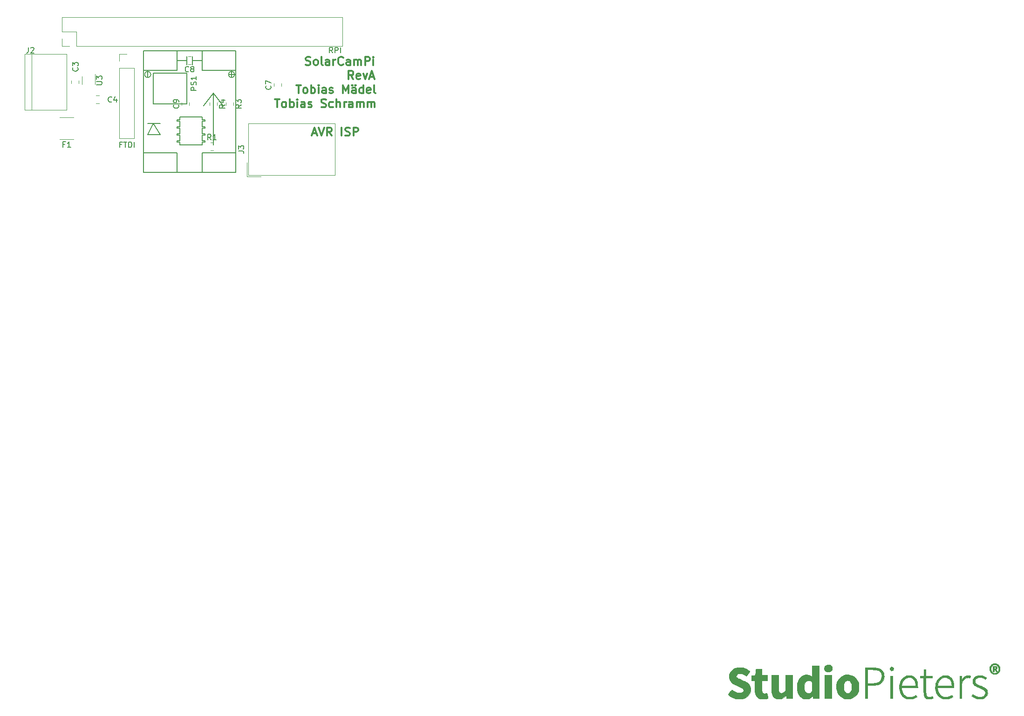
<source format=gto>
G04 #@! TF.GenerationSoftware,KiCad,Pcbnew,5.1.2*
G04 #@! TF.CreationDate,2019-05-31T13:26:26+02:00*
G04 #@! TF.ProjectId,solarcampi,736f6c61-7263-4616-9d70-692e6b696361,1.0.8*
G04 #@! TF.SameCoordinates,Original*
G04 #@! TF.FileFunction,Legend,Top*
G04 #@! TF.FilePolarity,Positive*
%FSLAX46Y46*%
G04 Gerber Fmt 4.6, Leading zero omitted, Abs format (unit mm)*
G04 Created by KiCad (PCBNEW 5.1.2) date 2019-05-31 13:26:26*
%MOMM*%
%LPD*%
G04 APERTURE LIST*
%ADD10C,0.300000*%
%ADD11C,0.120000*%
%ADD12C,0.150000*%
%ADD13C,0.010000*%
G04 APERTURE END LIST*
D10*
X99612142Y-62243571D02*
X100469285Y-62243571D01*
X100040714Y-63743571D02*
X100040714Y-62243571D01*
X101183571Y-63743571D02*
X101040714Y-63672142D01*
X100969285Y-63600714D01*
X100897857Y-63457857D01*
X100897857Y-63029285D01*
X100969285Y-62886428D01*
X101040714Y-62815000D01*
X101183571Y-62743571D01*
X101397857Y-62743571D01*
X101540714Y-62815000D01*
X101612142Y-62886428D01*
X101683571Y-63029285D01*
X101683571Y-63457857D01*
X101612142Y-63600714D01*
X101540714Y-63672142D01*
X101397857Y-63743571D01*
X101183571Y-63743571D01*
X102326428Y-63743571D02*
X102326428Y-62243571D01*
X102326428Y-62815000D02*
X102469285Y-62743571D01*
X102755000Y-62743571D01*
X102897857Y-62815000D01*
X102969285Y-62886428D01*
X103040714Y-63029285D01*
X103040714Y-63457857D01*
X102969285Y-63600714D01*
X102897857Y-63672142D01*
X102755000Y-63743571D01*
X102469285Y-63743571D01*
X102326428Y-63672142D01*
X103683571Y-63743571D02*
X103683571Y-62743571D01*
X103683571Y-62243571D02*
X103612142Y-62315000D01*
X103683571Y-62386428D01*
X103755000Y-62315000D01*
X103683571Y-62243571D01*
X103683571Y-62386428D01*
X105040714Y-63743571D02*
X105040714Y-62957857D01*
X104969285Y-62815000D01*
X104826428Y-62743571D01*
X104540714Y-62743571D01*
X104397857Y-62815000D01*
X105040714Y-63672142D02*
X104897857Y-63743571D01*
X104540714Y-63743571D01*
X104397857Y-63672142D01*
X104326428Y-63529285D01*
X104326428Y-63386428D01*
X104397857Y-63243571D01*
X104540714Y-63172142D01*
X104897857Y-63172142D01*
X105040714Y-63100714D01*
X105683571Y-63672142D02*
X105826428Y-63743571D01*
X106112142Y-63743571D01*
X106255000Y-63672142D01*
X106326428Y-63529285D01*
X106326428Y-63457857D01*
X106255000Y-63315000D01*
X106112142Y-63243571D01*
X105897857Y-63243571D01*
X105755000Y-63172142D01*
X105683571Y-63029285D01*
X105683571Y-62957857D01*
X105755000Y-62815000D01*
X105897857Y-62743571D01*
X106112142Y-62743571D01*
X106255000Y-62815000D01*
X108112142Y-63743571D02*
X108112142Y-62243571D01*
X108612142Y-63315000D01*
X109112142Y-62243571D01*
X109112142Y-63743571D01*
X110469285Y-63743571D02*
X110469285Y-62957857D01*
X110397857Y-62815000D01*
X110255000Y-62743571D01*
X109969285Y-62743571D01*
X109826428Y-62815000D01*
X110469285Y-63672142D02*
X110326428Y-63743571D01*
X109969285Y-63743571D01*
X109826428Y-63672142D01*
X109755000Y-63529285D01*
X109755000Y-63386428D01*
X109826428Y-63243571D01*
X109969285Y-63172142D01*
X110326428Y-63172142D01*
X110469285Y-63100714D01*
X109826428Y-62243571D02*
X109897857Y-62315000D01*
X109826428Y-62386428D01*
X109755000Y-62315000D01*
X109826428Y-62243571D01*
X109826428Y-62386428D01*
X110397857Y-62243571D02*
X110469285Y-62315000D01*
X110397857Y-62386428D01*
X110326428Y-62315000D01*
X110397857Y-62243571D01*
X110397857Y-62386428D01*
X111826428Y-63743571D02*
X111826428Y-62243571D01*
X111826428Y-63672142D02*
X111683571Y-63743571D01*
X111397857Y-63743571D01*
X111255000Y-63672142D01*
X111183571Y-63600714D01*
X111112142Y-63457857D01*
X111112142Y-63029285D01*
X111183571Y-62886428D01*
X111255000Y-62815000D01*
X111397857Y-62743571D01*
X111683571Y-62743571D01*
X111826428Y-62815000D01*
X113112142Y-63672142D02*
X112969285Y-63743571D01*
X112683571Y-63743571D01*
X112540714Y-63672142D01*
X112469285Y-63529285D01*
X112469285Y-62957857D01*
X112540714Y-62815000D01*
X112683571Y-62743571D01*
X112969285Y-62743571D01*
X113112142Y-62815000D01*
X113183571Y-62957857D01*
X113183571Y-63100714D01*
X112469285Y-63243571D01*
X114040714Y-63743571D02*
X113897857Y-63672142D01*
X113826428Y-63529285D01*
X113826428Y-62243571D01*
X95755000Y-64793571D02*
X96612142Y-64793571D01*
X96183571Y-66293571D02*
X96183571Y-64793571D01*
X97326428Y-66293571D02*
X97183571Y-66222142D01*
X97112142Y-66150714D01*
X97040714Y-66007857D01*
X97040714Y-65579285D01*
X97112142Y-65436428D01*
X97183571Y-65365000D01*
X97326428Y-65293571D01*
X97540714Y-65293571D01*
X97683571Y-65365000D01*
X97755000Y-65436428D01*
X97826428Y-65579285D01*
X97826428Y-66007857D01*
X97755000Y-66150714D01*
X97683571Y-66222142D01*
X97540714Y-66293571D01*
X97326428Y-66293571D01*
X98469285Y-66293571D02*
X98469285Y-64793571D01*
X98469285Y-65365000D02*
X98612142Y-65293571D01*
X98897857Y-65293571D01*
X99040714Y-65365000D01*
X99112142Y-65436428D01*
X99183571Y-65579285D01*
X99183571Y-66007857D01*
X99112142Y-66150714D01*
X99040714Y-66222142D01*
X98897857Y-66293571D01*
X98612142Y-66293571D01*
X98469285Y-66222142D01*
X99826428Y-66293571D02*
X99826428Y-65293571D01*
X99826428Y-64793571D02*
X99755000Y-64865000D01*
X99826428Y-64936428D01*
X99897857Y-64865000D01*
X99826428Y-64793571D01*
X99826428Y-64936428D01*
X101183571Y-66293571D02*
X101183571Y-65507857D01*
X101112142Y-65365000D01*
X100969285Y-65293571D01*
X100683571Y-65293571D01*
X100540714Y-65365000D01*
X101183571Y-66222142D02*
X101040714Y-66293571D01*
X100683571Y-66293571D01*
X100540714Y-66222142D01*
X100469285Y-66079285D01*
X100469285Y-65936428D01*
X100540714Y-65793571D01*
X100683571Y-65722142D01*
X101040714Y-65722142D01*
X101183571Y-65650714D01*
X101826428Y-66222142D02*
X101969285Y-66293571D01*
X102255000Y-66293571D01*
X102397857Y-66222142D01*
X102469285Y-66079285D01*
X102469285Y-66007857D01*
X102397857Y-65865000D01*
X102255000Y-65793571D01*
X102040714Y-65793571D01*
X101897857Y-65722142D01*
X101826428Y-65579285D01*
X101826428Y-65507857D01*
X101897857Y-65365000D01*
X102040714Y-65293571D01*
X102255000Y-65293571D01*
X102397857Y-65365000D01*
X104183571Y-66222142D02*
X104397857Y-66293571D01*
X104755000Y-66293571D01*
X104897857Y-66222142D01*
X104969285Y-66150714D01*
X105040714Y-66007857D01*
X105040714Y-65865000D01*
X104969285Y-65722142D01*
X104897857Y-65650714D01*
X104755000Y-65579285D01*
X104469285Y-65507857D01*
X104326428Y-65436428D01*
X104255000Y-65365000D01*
X104183571Y-65222142D01*
X104183571Y-65079285D01*
X104255000Y-64936428D01*
X104326428Y-64865000D01*
X104469285Y-64793571D01*
X104826428Y-64793571D01*
X105040714Y-64865000D01*
X106326428Y-66222142D02*
X106183571Y-66293571D01*
X105897857Y-66293571D01*
X105755000Y-66222142D01*
X105683571Y-66150714D01*
X105612142Y-66007857D01*
X105612142Y-65579285D01*
X105683571Y-65436428D01*
X105755000Y-65365000D01*
X105897857Y-65293571D01*
X106183571Y-65293571D01*
X106326428Y-65365000D01*
X106969285Y-66293571D02*
X106969285Y-64793571D01*
X107612142Y-66293571D02*
X107612142Y-65507857D01*
X107540714Y-65365000D01*
X107397857Y-65293571D01*
X107183571Y-65293571D01*
X107040714Y-65365000D01*
X106969285Y-65436428D01*
X108326428Y-66293571D02*
X108326428Y-65293571D01*
X108326428Y-65579285D02*
X108397857Y-65436428D01*
X108469285Y-65365000D01*
X108612142Y-65293571D01*
X108755000Y-65293571D01*
X109897857Y-66293571D02*
X109897857Y-65507857D01*
X109826428Y-65365000D01*
X109683571Y-65293571D01*
X109397857Y-65293571D01*
X109255000Y-65365000D01*
X109897857Y-66222142D02*
X109755000Y-66293571D01*
X109397857Y-66293571D01*
X109255000Y-66222142D01*
X109183571Y-66079285D01*
X109183571Y-65936428D01*
X109255000Y-65793571D01*
X109397857Y-65722142D01*
X109755000Y-65722142D01*
X109897857Y-65650714D01*
X110612142Y-66293571D02*
X110612142Y-65293571D01*
X110612142Y-65436428D02*
X110683571Y-65365000D01*
X110826428Y-65293571D01*
X111040714Y-65293571D01*
X111183571Y-65365000D01*
X111255000Y-65507857D01*
X111255000Y-66293571D01*
X111255000Y-65507857D02*
X111326428Y-65365000D01*
X111469285Y-65293571D01*
X111683571Y-65293571D01*
X111826428Y-65365000D01*
X111897857Y-65507857D01*
X111897857Y-66293571D01*
X112612142Y-66293571D02*
X112612142Y-65293571D01*
X112612142Y-65436428D02*
X112683571Y-65365000D01*
X112826428Y-65293571D01*
X113040714Y-65293571D01*
X113183571Y-65365000D01*
X113255000Y-65507857D01*
X113255000Y-66293571D01*
X113255000Y-65507857D02*
X113326428Y-65365000D01*
X113469285Y-65293571D01*
X113683571Y-65293571D01*
X113826428Y-65365000D01*
X113897857Y-65507857D01*
X113897857Y-66293571D01*
X101372142Y-58542142D02*
X101586428Y-58613571D01*
X101943571Y-58613571D01*
X102086428Y-58542142D01*
X102157857Y-58470714D01*
X102229285Y-58327857D01*
X102229285Y-58185000D01*
X102157857Y-58042142D01*
X102086428Y-57970714D01*
X101943571Y-57899285D01*
X101657857Y-57827857D01*
X101515000Y-57756428D01*
X101443571Y-57685000D01*
X101372142Y-57542142D01*
X101372142Y-57399285D01*
X101443571Y-57256428D01*
X101515000Y-57185000D01*
X101657857Y-57113571D01*
X102015000Y-57113571D01*
X102229285Y-57185000D01*
X103086428Y-58613571D02*
X102943571Y-58542142D01*
X102872142Y-58470714D01*
X102800714Y-58327857D01*
X102800714Y-57899285D01*
X102872142Y-57756428D01*
X102943571Y-57685000D01*
X103086428Y-57613571D01*
X103300714Y-57613571D01*
X103443571Y-57685000D01*
X103515000Y-57756428D01*
X103586428Y-57899285D01*
X103586428Y-58327857D01*
X103515000Y-58470714D01*
X103443571Y-58542142D01*
X103300714Y-58613571D01*
X103086428Y-58613571D01*
X104443571Y-58613571D02*
X104300714Y-58542142D01*
X104229285Y-58399285D01*
X104229285Y-57113571D01*
X105657857Y-58613571D02*
X105657857Y-57827857D01*
X105586428Y-57685000D01*
X105443571Y-57613571D01*
X105157857Y-57613571D01*
X105015000Y-57685000D01*
X105657857Y-58542142D02*
X105515000Y-58613571D01*
X105157857Y-58613571D01*
X105015000Y-58542142D01*
X104943571Y-58399285D01*
X104943571Y-58256428D01*
X105015000Y-58113571D01*
X105157857Y-58042142D01*
X105515000Y-58042142D01*
X105657857Y-57970714D01*
X106372142Y-58613571D02*
X106372142Y-57613571D01*
X106372142Y-57899285D02*
X106443571Y-57756428D01*
X106515000Y-57685000D01*
X106657857Y-57613571D01*
X106800714Y-57613571D01*
X108157857Y-58470714D02*
X108086428Y-58542142D01*
X107872142Y-58613571D01*
X107729285Y-58613571D01*
X107515000Y-58542142D01*
X107372142Y-58399285D01*
X107300714Y-58256428D01*
X107229285Y-57970714D01*
X107229285Y-57756428D01*
X107300714Y-57470714D01*
X107372142Y-57327857D01*
X107515000Y-57185000D01*
X107729285Y-57113571D01*
X107872142Y-57113571D01*
X108086428Y-57185000D01*
X108157857Y-57256428D01*
X109443571Y-58613571D02*
X109443571Y-57827857D01*
X109372142Y-57685000D01*
X109229285Y-57613571D01*
X108943571Y-57613571D01*
X108800714Y-57685000D01*
X109443571Y-58542142D02*
X109300714Y-58613571D01*
X108943571Y-58613571D01*
X108800714Y-58542142D01*
X108729285Y-58399285D01*
X108729285Y-58256428D01*
X108800714Y-58113571D01*
X108943571Y-58042142D01*
X109300714Y-58042142D01*
X109443571Y-57970714D01*
X110157857Y-58613571D02*
X110157857Y-57613571D01*
X110157857Y-57756428D02*
X110229285Y-57685000D01*
X110372142Y-57613571D01*
X110586428Y-57613571D01*
X110729285Y-57685000D01*
X110800714Y-57827857D01*
X110800714Y-58613571D01*
X110800714Y-57827857D02*
X110872142Y-57685000D01*
X111015000Y-57613571D01*
X111229285Y-57613571D01*
X111372142Y-57685000D01*
X111443571Y-57827857D01*
X111443571Y-58613571D01*
X112157857Y-58613571D02*
X112157857Y-57113571D01*
X112729285Y-57113571D01*
X112872142Y-57185000D01*
X112943571Y-57256428D01*
X113015000Y-57399285D01*
X113015000Y-57613571D01*
X112943571Y-57756428D01*
X112872142Y-57827857D01*
X112729285Y-57899285D01*
X112157857Y-57899285D01*
X113657857Y-58613571D02*
X113657857Y-57613571D01*
X113657857Y-57113571D02*
X113586428Y-57185000D01*
X113657857Y-57256428D01*
X113729285Y-57185000D01*
X113657857Y-57113571D01*
X113657857Y-57256428D01*
X110015000Y-61163571D02*
X109515000Y-60449285D01*
X109157857Y-61163571D02*
X109157857Y-59663571D01*
X109729285Y-59663571D01*
X109872142Y-59735000D01*
X109943571Y-59806428D01*
X110015000Y-59949285D01*
X110015000Y-60163571D01*
X109943571Y-60306428D01*
X109872142Y-60377857D01*
X109729285Y-60449285D01*
X109157857Y-60449285D01*
X111229285Y-61092142D02*
X111086428Y-61163571D01*
X110800714Y-61163571D01*
X110657857Y-61092142D01*
X110586428Y-60949285D01*
X110586428Y-60377857D01*
X110657857Y-60235000D01*
X110800714Y-60163571D01*
X111086428Y-60163571D01*
X111229285Y-60235000D01*
X111300714Y-60377857D01*
X111300714Y-60520714D01*
X110586428Y-60663571D01*
X111800714Y-60163571D02*
X112157857Y-61163571D01*
X112515000Y-60163571D01*
X113015000Y-60735000D02*
X113729285Y-60735000D01*
X112872142Y-61163571D02*
X113372142Y-59663571D01*
X113872142Y-61163571D01*
X102607142Y-71030000D02*
X103321428Y-71030000D01*
X102464285Y-71458571D02*
X102964285Y-69958571D01*
X103464285Y-71458571D01*
X103750000Y-69958571D02*
X104250000Y-71458571D01*
X104750000Y-69958571D01*
X106107142Y-71458571D02*
X105607142Y-70744285D01*
X105250000Y-71458571D02*
X105250000Y-69958571D01*
X105821428Y-69958571D01*
X105964285Y-70030000D01*
X106035714Y-70101428D01*
X106107142Y-70244285D01*
X106107142Y-70458571D01*
X106035714Y-70601428D01*
X105964285Y-70672857D01*
X105821428Y-70744285D01*
X105250000Y-70744285D01*
X107892857Y-71458571D02*
X107892857Y-69958571D01*
X108535714Y-71387142D02*
X108750000Y-71458571D01*
X109107142Y-71458571D01*
X109250000Y-71387142D01*
X109321428Y-71315714D01*
X109392857Y-71172857D01*
X109392857Y-71030000D01*
X109321428Y-70887142D01*
X109250000Y-70815714D01*
X109107142Y-70744285D01*
X108821428Y-70672857D01*
X108678571Y-70601428D01*
X108607142Y-70530000D01*
X108535714Y-70387142D01*
X108535714Y-70244285D01*
X108607142Y-70101428D01*
X108678571Y-70030000D01*
X108821428Y-69958571D01*
X109178571Y-69958571D01*
X109392857Y-70030000D01*
X110035714Y-71458571D02*
X110035714Y-69958571D01*
X110607142Y-69958571D01*
X110750000Y-70030000D01*
X110821428Y-70101428D01*
X110892857Y-70244285D01*
X110892857Y-70458571D01*
X110821428Y-70601428D01*
X110750000Y-70672857D01*
X110607142Y-70744285D01*
X110035714Y-70744285D01*
D11*
X57912000Y-56642000D02*
X50292000Y-56642000D01*
X50292000Y-66802000D02*
X57912000Y-66802000D01*
X50292000Y-56642000D02*
X50292000Y-66802000D01*
X57912000Y-66802000D02*
X57912000Y-56642000D01*
X51562000Y-66802000D02*
X51562000Y-56642000D01*
D12*
X84582000Y-63754000D02*
X86360000Y-66040000D01*
X84582000Y-73152000D02*
X84582000Y-63754000D01*
X84582000Y-63754000D02*
X82804000Y-66040000D01*
X78486000Y-68580000D02*
X78486000Y-68072000D01*
X78486000Y-68072000D02*
X82550000Y-68072000D01*
X82550000Y-68072000D02*
X82550000Y-68580000D01*
X82550000Y-68580000D02*
X83058000Y-68580000D01*
X83058000Y-68580000D02*
X83058000Y-68834000D01*
X83058000Y-68834000D02*
X82550000Y-68834000D01*
X82550000Y-68834000D02*
X82550000Y-69850000D01*
X82550000Y-69850000D02*
X83058000Y-69850000D01*
X83058000Y-69850000D02*
X83058000Y-70104000D01*
X83058000Y-70104000D02*
X82550000Y-70104000D01*
X82550000Y-70104000D02*
X82550000Y-71120000D01*
X82550000Y-71120000D02*
X83058000Y-71120000D01*
X83058000Y-71120000D02*
X83058000Y-71374000D01*
X83058000Y-71374000D02*
X82550000Y-71374000D01*
X82550000Y-71374000D02*
X82550000Y-72390000D01*
X82550000Y-72390000D02*
X83058000Y-72390000D01*
X83058000Y-72390000D02*
X83058000Y-72644000D01*
X83058000Y-72644000D02*
X82550000Y-72644000D01*
X82550000Y-72644000D02*
X82550000Y-73152000D01*
X82550000Y-73152000D02*
X82296000Y-73152000D01*
X78486000Y-69850000D02*
X78486000Y-68834000D01*
X78486000Y-71120000D02*
X78486000Y-70104000D01*
X78486000Y-72390000D02*
X78486000Y-71374000D01*
X78486000Y-68834000D02*
X77978000Y-68834000D01*
X77978000Y-68834000D02*
X77978000Y-68580000D01*
X78486000Y-70104000D02*
X77978000Y-70104000D01*
X77978000Y-70104000D02*
X77978000Y-69850000D01*
X78486000Y-71374000D02*
X77978000Y-71374000D01*
X77978000Y-71374000D02*
X77978000Y-71120000D01*
X82296000Y-73152000D02*
X78486000Y-73152000D01*
X78486000Y-73152000D02*
X78486000Y-72898000D01*
X78486000Y-72898000D02*
X78486000Y-72644000D01*
X78486000Y-72644000D02*
X77978000Y-72644000D01*
X77978000Y-72644000D02*
X77978000Y-72390000D01*
X78486000Y-68580000D02*
X77978000Y-68580000D01*
X77978000Y-69850000D02*
X78486000Y-69850000D01*
X78486000Y-71120000D02*
X77978000Y-71120000D01*
X78486000Y-72390000D02*
X77978000Y-72390000D01*
X80772000Y-57023000D02*
X80772000Y-58547000D01*
X80772000Y-58547000D02*
X80772000Y-57785000D01*
X80772000Y-57785000D02*
X82550000Y-57785000D01*
X77978000Y-57785000D02*
X79756000Y-57785000D01*
X79756000Y-57785000D02*
X79756000Y-58547000D01*
X79756000Y-58547000D02*
X79756000Y-57023000D01*
X72644000Y-69215000D02*
X74930000Y-69215000D01*
X72644000Y-71247000D02*
X74930000Y-71247000D01*
X74930000Y-71247000D02*
X73660000Y-69215000D01*
X73660000Y-69215000D02*
X72644000Y-71247000D01*
X73660000Y-60833000D02*
X73660000Y-65659000D01*
X73660000Y-65659000D02*
X79756000Y-65659000D01*
X79756000Y-65659000D02*
X79756000Y-60071000D01*
X79756000Y-60071000D02*
X73660000Y-60071000D01*
X73660000Y-60071000D02*
X73660000Y-60833000D01*
X72644000Y-60833000D02*
X72644000Y-59817000D01*
X73211961Y-60325000D02*
G75*
G03X73211961Y-60325000I-567961J0D01*
G01*
X87376000Y-60325000D02*
X88392000Y-60325000D01*
X87884000Y-60833000D02*
X87884000Y-59817000D01*
X88451961Y-60325000D02*
G75*
G03X88451961Y-60325000I-567961J0D01*
G01*
X88646000Y-59563000D02*
X82550000Y-59563000D01*
X82550000Y-59563000D02*
X82550000Y-56007000D01*
X77978000Y-56007000D02*
X77978000Y-59563000D01*
X77978000Y-59563000D02*
X71882000Y-59563000D01*
X82550000Y-78105000D02*
X82550000Y-74549000D01*
X82550000Y-74549000D02*
X88646000Y-74549000D01*
X71882000Y-74549000D02*
X77978000Y-74549000D01*
X77978000Y-74549000D02*
X77978000Y-78105000D01*
X71882000Y-78105000D02*
X71882000Y-56007000D01*
X71882000Y-56007000D02*
X88646000Y-56007000D01*
X88646000Y-56007000D02*
X88646000Y-78105000D01*
X88646000Y-78105000D02*
X71882000Y-78105000D01*
D11*
X59162000Y-72104000D02*
X56662000Y-72104000D01*
X59162000Y-68104000D02*
X56662000Y-68104000D01*
X80210000Y-65931252D02*
X80210000Y-65408748D01*
X78790000Y-65931252D02*
X78790000Y-65408748D01*
X60710000Y-60710000D02*
X60710000Y-62110000D01*
X63030000Y-62110000D02*
X63030000Y-60210000D01*
X83870000Y-65408748D02*
X83870000Y-65931252D01*
X85290000Y-65408748D02*
X85290000Y-65931252D01*
X86830000Y-65398748D02*
X86830000Y-65921252D01*
X88250000Y-65398748D02*
X88250000Y-65921252D01*
X84057748Y-74116000D02*
X84580252Y-74116000D01*
X84057748Y-72696000D02*
X84580252Y-72696000D01*
X67504000Y-56582000D02*
X68834000Y-56582000D01*
X67504000Y-57912000D02*
X67504000Y-56582000D01*
X67504000Y-59182000D02*
X70164000Y-59182000D01*
X70164000Y-59182000D02*
X70164000Y-71942000D01*
X67504000Y-59182000D02*
X67504000Y-71942000D01*
X67504000Y-71942000D02*
X70164000Y-71942000D01*
X90666000Y-78839000D02*
X90666000Y-76299000D01*
X90666000Y-78839000D02*
X93206000Y-78839000D01*
X90916000Y-78589000D02*
X90916000Y-69239000D01*
X106696000Y-78589000D02*
X90916000Y-78589000D01*
X106696000Y-69239000D02*
X106696000Y-78589000D01*
X90916000Y-69239000D02*
X106696000Y-69239000D01*
X80511252Y-57050000D02*
X79988748Y-57050000D01*
X80511252Y-58470000D02*
X79988748Y-58470000D01*
X96976000Y-62491252D02*
X96976000Y-61968748D01*
X95556000Y-62491252D02*
X95556000Y-61968748D01*
X63278748Y-65560000D02*
X63801252Y-65560000D01*
X63278748Y-64140000D02*
X63801252Y-64140000D01*
X60146000Y-61983252D02*
X60146000Y-61460748D01*
X58726000Y-61983252D02*
X58726000Y-61460748D01*
X57070000Y-55130000D02*
X57070000Y-53800000D01*
X58400000Y-55130000D02*
X57070000Y-55130000D01*
X57070000Y-52530000D02*
X57070000Y-49930000D01*
X59670000Y-52530000D02*
X57070000Y-52530000D01*
X59670000Y-55130000D02*
X59670000Y-52530000D01*
X57070000Y-49930000D02*
X107990000Y-49930000D01*
X59670000Y-55130000D02*
X107990000Y-55130000D01*
X107990000Y-55130000D02*
X107990000Y-49930000D01*
D13*
G36*
X226537390Y-167838781D02*
G01*
X226674658Y-167843623D01*
X226767521Y-167850039D01*
X226828007Y-167860827D01*
X226868141Y-167878790D01*
X226899951Y-167906729D01*
X226918390Y-167927518D01*
X226974731Y-168033033D01*
X226990008Y-168157469D01*
X226964442Y-168281254D01*
X226913428Y-168368222D01*
X226840412Y-168454997D01*
X226941650Y-168636029D01*
X226990827Y-168726067D01*
X227026822Y-168795976D01*
X227042671Y-168832162D01*
X227042889Y-168833641D01*
X227017650Y-168843546D01*
X226953820Y-168849474D01*
X226916295Y-168850222D01*
X226848181Y-168848315D01*
X226803655Y-168835107D01*
X226768653Y-168799369D01*
X226729113Y-168729873D01*
X226704222Y-168680889D01*
X226655106Y-168589218D01*
X226616968Y-168538017D01*
X226578426Y-168515929D01*
X226534483Y-168511556D01*
X226487841Y-168513803D01*
X226462667Y-168529416D01*
X226452339Y-168571697D01*
X226450238Y-168653950D01*
X226450222Y-168680889D01*
X226450222Y-168850222D01*
X226224444Y-168850222D01*
X226224444Y-168158778D01*
X226450222Y-168158778D01*
X226450222Y-168314000D01*
X226549000Y-168314000D01*
X226649507Y-168293669D01*
X226704222Y-168257556D01*
X226754639Y-168182323D01*
X226750209Y-168115637D01*
X226692314Y-168061113D01*
X226617758Y-168031262D01*
X226526596Y-168008416D01*
X226476435Y-168012459D01*
X226455063Y-168052684D01*
X226450267Y-168138386D01*
X226450222Y-168158778D01*
X226224444Y-168158778D01*
X226224444Y-167829228D01*
X226537390Y-167838781D01*
X226537390Y-167838781D01*
G37*
X226537390Y-167838781D02*
X226674658Y-167843623D01*
X226767521Y-167850039D01*
X226828007Y-167860827D01*
X226868141Y-167878790D01*
X226899951Y-167906729D01*
X226918390Y-167927518D01*
X226974731Y-168033033D01*
X226990008Y-168157469D01*
X226964442Y-168281254D01*
X226913428Y-168368222D01*
X226840412Y-168454997D01*
X226941650Y-168636029D01*
X226990827Y-168726067D01*
X227026822Y-168795976D01*
X227042671Y-168832162D01*
X227042889Y-168833641D01*
X227017650Y-168843546D01*
X226953820Y-168849474D01*
X226916295Y-168850222D01*
X226848181Y-168848315D01*
X226803655Y-168835107D01*
X226768653Y-168799369D01*
X226729113Y-168729873D01*
X226704222Y-168680889D01*
X226655106Y-168589218D01*
X226616968Y-168538017D01*
X226578426Y-168515929D01*
X226534483Y-168511556D01*
X226487841Y-168513803D01*
X226462667Y-168529416D01*
X226452339Y-168571697D01*
X226450238Y-168653950D01*
X226450222Y-168680889D01*
X226450222Y-168850222D01*
X226224444Y-168850222D01*
X226224444Y-168158778D01*
X226450222Y-168158778D01*
X226450222Y-168314000D01*
X226549000Y-168314000D01*
X226649507Y-168293669D01*
X226704222Y-168257556D01*
X226754639Y-168182323D01*
X226750209Y-168115637D01*
X226692314Y-168061113D01*
X226617758Y-168031262D01*
X226526596Y-168008416D01*
X226476435Y-168012459D01*
X226455063Y-168052684D01*
X226450267Y-168138386D01*
X226450222Y-168158778D01*
X226224444Y-168158778D01*
X226224444Y-167829228D01*
X226537390Y-167838781D01*
G36*
X207930676Y-168001627D02*
G01*
X208047523Y-168058632D01*
X208123803Y-168154798D01*
X208159334Y-168289853D01*
X208162117Y-168348833D01*
X208139981Y-168486095D01*
X208074820Y-168587255D01*
X207968866Y-168649903D01*
X207864213Y-168670149D01*
X207770099Y-168671320D01*
X207691941Y-168662538D01*
X207668333Y-168655498D01*
X207559835Y-168579242D01*
X207493469Y-168467524D01*
X207472837Y-168344263D01*
X207494681Y-168203252D01*
X207559480Y-168092569D01*
X207659281Y-168018165D01*
X207786128Y-167985993D01*
X207930676Y-168001627D01*
X207930676Y-168001627D01*
G37*
X207930676Y-168001627D02*
X208047523Y-168058632D01*
X208123803Y-168154798D01*
X208159334Y-168289853D01*
X208162117Y-168348833D01*
X208139981Y-168486095D01*
X208074820Y-168587255D01*
X207968866Y-168649903D01*
X207864213Y-168670149D01*
X207770099Y-168671320D01*
X207691941Y-168662538D01*
X207668333Y-168655498D01*
X207559835Y-168579242D01*
X207493469Y-168467524D01*
X207472837Y-168344263D01*
X207494681Y-168203252D01*
X207559480Y-168092569D01*
X207659281Y-168018165D01*
X207786128Y-167985993D01*
X207930676Y-168001627D01*
G36*
X196450051Y-167597902D02*
G01*
X196541903Y-167609132D01*
X196623620Y-167634528D01*
X196718271Y-167678975D01*
X196719166Y-167679432D01*
X196873668Y-167780873D01*
X196978704Y-167904861D01*
X197038157Y-168057870D01*
X197055940Y-168241231D01*
X197033536Y-168440298D01*
X196967347Y-168604036D01*
X196856172Y-168734165D01*
X196698806Y-168832406D01*
X196620903Y-168863780D01*
X196510120Y-168889056D01*
X196371456Y-168901914D01*
X196229884Y-168901586D01*
X196110380Y-168887306D01*
X196082928Y-168880298D01*
X195899975Y-168798945D01*
X195758343Y-168680666D01*
X195660821Y-168529161D01*
X195610197Y-168348136D01*
X195603333Y-168243445D01*
X195627685Y-168050357D01*
X195700156Y-167886467D01*
X195819873Y-167753187D01*
X195962991Y-167662643D01*
X196056040Y-167625374D01*
X196156239Y-167604656D01*
X196285243Y-167596499D01*
X196324995Y-167595952D01*
X196450051Y-167597902D01*
X196450051Y-167597902D01*
G37*
X196450051Y-167597902D02*
X196541903Y-167609132D01*
X196623620Y-167634528D01*
X196718271Y-167678975D01*
X196719166Y-167679432D01*
X196873668Y-167780873D01*
X196978704Y-167904861D01*
X197038157Y-168057870D01*
X197055940Y-168241231D01*
X197033536Y-168440298D01*
X196967347Y-168604036D01*
X196856172Y-168734165D01*
X196698806Y-168832406D01*
X196620903Y-168863780D01*
X196510120Y-168889056D01*
X196371456Y-168901914D01*
X196229884Y-168901586D01*
X196110380Y-168887306D01*
X196082928Y-168880298D01*
X195899975Y-168798945D01*
X195758343Y-168680666D01*
X195660821Y-168529161D01*
X195610197Y-168348136D01*
X195603333Y-168243445D01*
X195627685Y-168050357D01*
X195700156Y-167886467D01*
X195819873Y-167753187D01*
X195962991Y-167662643D01*
X196056040Y-167625374D01*
X196156239Y-167604656D01*
X196285243Y-167596499D01*
X196324995Y-167595952D01*
X196450051Y-167597902D01*
G36*
X226780279Y-167384251D02*
G01*
X226922104Y-167420340D01*
X227082268Y-167500960D01*
X227234360Y-167623300D01*
X227362840Y-167773131D01*
X227429523Y-167884949D01*
X227465907Y-167964514D01*
X227489093Y-168035420D01*
X227501989Y-168114487D01*
X227507502Y-168218536D01*
X227508556Y-168342222D01*
X227506905Y-168483606D01*
X227500090Y-168585611D01*
X227485319Y-168665253D01*
X227459800Y-168739548D01*
X227433728Y-168798163D01*
X227320427Y-168979843D01*
X227168416Y-169134471D01*
X226993111Y-169247130D01*
X226842940Y-169296692D01*
X226663793Y-169321882D01*
X226477962Y-169321942D01*
X226307738Y-169296117D01*
X226234507Y-169272890D01*
X226043854Y-169167698D01*
X225880680Y-169016619D01*
X225752071Y-168826396D01*
X225739564Y-168801802D01*
X225694573Y-168704991D01*
X225667291Y-168625238D01*
X225653452Y-168541767D01*
X225648788Y-168433802D01*
X225648580Y-168358788D01*
X225650600Y-168336733D01*
X225870690Y-168336733D01*
X225890508Y-168538956D01*
X225957117Y-168723978D01*
X226072027Y-168895187D01*
X226215446Y-169018324D01*
X226385692Y-169092307D01*
X226502103Y-169119856D01*
X226592246Y-169127833D01*
X226682900Y-169115951D01*
X226787233Y-169087988D01*
X226953784Y-169010647D01*
X227092554Y-168890912D01*
X227199120Y-168737776D01*
X227269055Y-168560231D01*
X227297937Y-168367270D01*
X227281340Y-168167884D01*
X227267749Y-168111440D01*
X227193464Y-167935809D01*
X227082441Y-167792376D01*
X226943345Y-167683574D01*
X226784841Y-167611834D01*
X226615594Y-167579590D01*
X226444270Y-167589272D01*
X226279534Y-167643314D01*
X226130052Y-167744147D01*
X226091834Y-167781387D01*
X225973088Y-167945808D01*
X225898795Y-168134970D01*
X225870690Y-168336733D01*
X225650600Y-168336733D01*
X225671813Y-168105138D01*
X225739691Y-167886003D01*
X225852195Y-167701409D01*
X226009312Y-167551382D01*
X226190004Y-167445401D01*
X226370370Y-167388585D01*
X226574002Y-167367966D01*
X226780279Y-167384251D01*
X226780279Y-167384251D01*
G37*
X226780279Y-167384251D02*
X226922104Y-167420340D01*
X227082268Y-167500960D01*
X227234360Y-167623300D01*
X227362840Y-167773131D01*
X227429523Y-167884949D01*
X227465907Y-167964514D01*
X227489093Y-168035420D01*
X227501989Y-168114487D01*
X227507502Y-168218536D01*
X227508556Y-168342222D01*
X227506905Y-168483606D01*
X227500090Y-168585611D01*
X227485319Y-168665253D01*
X227459800Y-168739548D01*
X227433728Y-168798163D01*
X227320427Y-168979843D01*
X227168416Y-169134471D01*
X226993111Y-169247130D01*
X226842940Y-169296692D01*
X226663793Y-169321882D01*
X226477962Y-169321942D01*
X226307738Y-169296117D01*
X226234507Y-169272890D01*
X226043854Y-169167698D01*
X225880680Y-169016619D01*
X225752071Y-168826396D01*
X225739564Y-168801802D01*
X225694573Y-168704991D01*
X225667291Y-168625238D01*
X225653452Y-168541767D01*
X225648788Y-168433802D01*
X225648580Y-168358788D01*
X225650600Y-168336733D01*
X225870690Y-168336733D01*
X225890508Y-168538956D01*
X225957117Y-168723978D01*
X226072027Y-168895187D01*
X226215446Y-169018324D01*
X226385692Y-169092307D01*
X226502103Y-169119856D01*
X226592246Y-169127833D01*
X226682900Y-169115951D01*
X226787233Y-169087988D01*
X226953784Y-169010647D01*
X227092554Y-168890912D01*
X227199120Y-168737776D01*
X227269055Y-168560231D01*
X227297937Y-168367270D01*
X227281340Y-168167884D01*
X227267749Y-168111440D01*
X227193464Y-167935809D01*
X227082441Y-167792376D01*
X226943345Y-167683574D01*
X226784841Y-167611834D01*
X226615594Y-167579590D01*
X226444270Y-167589272D01*
X226279534Y-167643314D01*
X226130052Y-167744147D01*
X226091834Y-167781387D01*
X225973088Y-167945808D01*
X225898795Y-168134970D01*
X225870690Y-168336733D01*
X225650600Y-168336733D01*
X225671813Y-168105138D01*
X225739691Y-167886003D01*
X225852195Y-167701409D01*
X226009312Y-167551382D01*
X226190004Y-167445401D01*
X226370370Y-167388585D01*
X226574002Y-167367966D01*
X226780279Y-167384251D01*
G36*
X221881457Y-169547731D02*
G01*
X222001894Y-169562449D01*
X222070715Y-169581221D01*
X222115685Y-169600736D01*
X222141807Y-169621023D01*
X222150286Y-169653981D01*
X222142329Y-169711513D01*
X222119140Y-169805519D01*
X222100592Y-169876087D01*
X222077856Y-169945275D01*
X222051298Y-169970957D01*
X222010433Y-169965994D01*
X221950301Y-169953853D01*
X221856018Y-169941146D01*
X221765333Y-169932164D01*
X221559002Y-169942789D01*
X221359611Y-170007866D01*
X221169433Y-170125594D01*
X220990740Y-170294175D01*
X220825801Y-170511809D01*
X220676890Y-170776697D01*
X220663154Y-170805323D01*
X220580044Y-170981000D01*
X220580022Y-172356833D01*
X220580000Y-173732667D01*
X220184889Y-173732667D01*
X220184889Y-169640445D01*
X220551778Y-169640445D01*
X220551778Y-169862283D01*
X220554163Y-169990181D01*
X220560427Y-170115354D01*
X220569237Y-170211452D01*
X220569606Y-170214194D01*
X220587434Y-170344266D01*
X220722342Y-170152164D01*
X220900913Y-169932621D01*
X221097159Y-169760704D01*
X221308026Y-169634224D01*
X221408224Y-169588280D01*
X221492719Y-169561010D01*
X221584049Y-169547586D01*
X221704750Y-169543177D01*
X221733958Y-169542954D01*
X221881457Y-169547731D01*
X221881457Y-169547731D01*
G37*
X221881457Y-169547731D02*
X222001894Y-169562449D01*
X222070715Y-169581221D01*
X222115685Y-169600736D01*
X222141807Y-169621023D01*
X222150286Y-169653981D01*
X222142329Y-169711513D01*
X222119140Y-169805519D01*
X222100592Y-169876087D01*
X222077856Y-169945275D01*
X222051298Y-169970957D01*
X222010433Y-169965994D01*
X221950301Y-169953853D01*
X221856018Y-169941146D01*
X221765333Y-169932164D01*
X221559002Y-169942789D01*
X221359611Y-170007866D01*
X221169433Y-170125594D01*
X220990740Y-170294175D01*
X220825801Y-170511809D01*
X220676890Y-170776697D01*
X220663154Y-170805323D01*
X220580044Y-170981000D01*
X220580022Y-172356833D01*
X220580000Y-173732667D01*
X220184889Y-173732667D01*
X220184889Y-169640445D01*
X220551778Y-169640445D01*
X220551778Y-169862283D01*
X220554163Y-169990181D01*
X220560427Y-170115354D01*
X220569237Y-170211452D01*
X220569606Y-170214194D01*
X220587434Y-170344266D01*
X220722342Y-170152164D01*
X220900913Y-169932621D01*
X221097159Y-169760704D01*
X221308026Y-169634224D01*
X221408224Y-169588280D01*
X221492719Y-169561010D01*
X221584049Y-169547586D01*
X221704750Y-169543177D01*
X221733958Y-169542954D01*
X221881457Y-169547731D01*
G36*
X208021111Y-173732667D02*
G01*
X207597778Y-173732667D01*
X207597778Y-169640445D01*
X208021111Y-169640445D01*
X208021111Y-173732667D01*
X208021111Y-173732667D01*
G37*
X208021111Y-173732667D02*
X207597778Y-173732667D01*
X207597778Y-169640445D01*
X208021111Y-169640445D01*
X208021111Y-173732667D01*
G36*
X203992389Y-168124171D02*
G01*
X204266481Y-168128269D01*
X204491195Y-168132582D01*
X204673598Y-168137509D01*
X204820757Y-168143446D01*
X204939737Y-168150793D01*
X205037606Y-168159946D01*
X205121430Y-168171303D01*
X205198275Y-168185261D01*
X205241222Y-168194435D01*
X205544517Y-168281319D01*
X205800698Y-168397184D01*
X206012264Y-168544094D01*
X206181712Y-168724112D01*
X206311542Y-168939302D01*
X206390105Y-169143168D01*
X206424710Y-169300288D01*
X206446535Y-169492540D01*
X206455062Y-169699962D01*
X206449774Y-169902590D01*
X206430153Y-170080460D01*
X206416178Y-170148445D01*
X206322002Y-170420823D01*
X206184325Y-170660540D01*
X206006067Y-170863898D01*
X205790145Y-171027196D01*
X205672761Y-171090851D01*
X205520684Y-171158537D01*
X205369589Y-171212987D01*
X205211075Y-171255478D01*
X205036741Y-171287285D01*
X204838188Y-171309684D01*
X204607015Y-171323952D01*
X204334821Y-171331364D01*
X204077056Y-171333219D01*
X203420889Y-171333778D01*
X203420889Y-173732667D01*
X202997556Y-173732667D01*
X202997556Y-170966889D01*
X203420889Y-170966889D01*
X204066303Y-170966889D01*
X204344560Y-170964879D01*
X204572956Y-170958642D01*
X204757940Y-170947866D01*
X204905958Y-170932238D01*
X204962359Y-170923517D01*
X205245264Y-170853645D01*
X205483741Y-170749220D01*
X205678565Y-170609490D01*
X205830509Y-170433707D01*
X205940349Y-170221121D01*
X206008858Y-169970982D01*
X206020009Y-169899606D01*
X206033436Y-169657318D01*
X206010388Y-169422329D01*
X205953822Y-169204641D01*
X205866696Y-169014252D01*
X205751967Y-168861164D01*
X205698428Y-168812141D01*
X205585998Y-168728648D01*
X205474703Y-168665380D01*
X205345625Y-168613286D01*
X205179844Y-168563317D01*
X205176077Y-168562292D01*
X205102755Y-168544031D01*
X205027024Y-168529550D01*
X204940607Y-168518244D01*
X204835229Y-168509510D01*
X204702614Y-168502744D01*
X204534484Y-168497342D01*
X204322564Y-168492701D01*
X204189944Y-168490348D01*
X203420889Y-168477406D01*
X203420889Y-170966889D01*
X202997556Y-170966889D01*
X202997556Y-168110555D01*
X203992389Y-168124171D01*
X203992389Y-168124171D01*
G37*
X203992389Y-168124171D02*
X204266481Y-168128269D01*
X204491195Y-168132582D01*
X204673598Y-168137509D01*
X204820757Y-168143446D01*
X204939737Y-168150793D01*
X205037606Y-168159946D01*
X205121430Y-168171303D01*
X205198275Y-168185261D01*
X205241222Y-168194435D01*
X205544517Y-168281319D01*
X205800698Y-168397184D01*
X206012264Y-168544094D01*
X206181712Y-168724112D01*
X206311542Y-168939302D01*
X206390105Y-169143168D01*
X206424710Y-169300288D01*
X206446535Y-169492540D01*
X206455062Y-169699962D01*
X206449774Y-169902590D01*
X206430153Y-170080460D01*
X206416178Y-170148445D01*
X206322002Y-170420823D01*
X206184325Y-170660540D01*
X206006067Y-170863898D01*
X205790145Y-171027196D01*
X205672761Y-171090851D01*
X205520684Y-171158537D01*
X205369589Y-171212987D01*
X205211075Y-171255478D01*
X205036741Y-171287285D01*
X204838188Y-171309684D01*
X204607015Y-171323952D01*
X204334821Y-171331364D01*
X204077056Y-171333219D01*
X203420889Y-171333778D01*
X203420889Y-173732667D01*
X202997556Y-173732667D01*
X202997556Y-170966889D01*
X203420889Y-170966889D01*
X204066303Y-170966889D01*
X204344560Y-170964879D01*
X204572956Y-170958642D01*
X204757940Y-170947866D01*
X204905958Y-170932238D01*
X204962359Y-170923517D01*
X205245264Y-170853645D01*
X205483741Y-170749220D01*
X205678565Y-170609490D01*
X205830509Y-170433707D01*
X205940349Y-170221121D01*
X206008858Y-169970982D01*
X206020009Y-169899606D01*
X206033436Y-169657318D01*
X206010388Y-169422329D01*
X205953822Y-169204641D01*
X205866696Y-169014252D01*
X205751967Y-168861164D01*
X205698428Y-168812141D01*
X205585998Y-168728648D01*
X205474703Y-168665380D01*
X205345625Y-168613286D01*
X205179844Y-168563317D01*
X205176077Y-168562292D01*
X205102755Y-168544031D01*
X205027024Y-168529550D01*
X204940607Y-168518244D01*
X204835229Y-168509510D01*
X204702614Y-168502744D01*
X204534484Y-168497342D01*
X204322564Y-168492701D01*
X204189944Y-168490348D01*
X203420889Y-168477406D01*
X203420889Y-170966889D01*
X202997556Y-170966889D01*
X202997556Y-168110555D01*
X203992389Y-168124171D01*
G36*
X196958000Y-173732667D02*
G01*
X195688000Y-173732667D01*
X195688000Y-169499333D01*
X196958000Y-169499333D01*
X196958000Y-173732667D01*
X196958000Y-173732667D01*
G37*
X196958000Y-173732667D02*
X195688000Y-173732667D01*
X195688000Y-169499333D01*
X196958000Y-169499333D01*
X196958000Y-173732667D01*
G36*
X224019919Y-169543875D02*
G01*
X224286121Y-169583324D01*
X224547145Y-169660975D01*
X224795583Y-169777750D01*
X224827444Y-169796377D01*
X224942645Y-169866455D01*
X225013987Y-169917425D01*
X225045809Y-169959558D01*
X225042451Y-170003125D01*
X225008250Y-170058395D01*
X224962704Y-170116551D01*
X224850039Y-170258051D01*
X224700091Y-170157070D01*
X224586378Y-170087924D01*
X224455728Y-170019020D01*
X224378349Y-169983394D01*
X224294065Y-169950632D01*
X224216001Y-169929279D01*
X224127933Y-169916925D01*
X224013637Y-169911157D01*
X223882000Y-169909627D01*
X223733145Y-169910597D01*
X223625470Y-169916081D01*
X223543761Y-169928210D01*
X223472802Y-169949114D01*
X223408214Y-169975988D01*
X223249858Y-170073176D01*
X223123880Y-170201785D01*
X223034431Y-170352123D01*
X222985659Y-170514502D01*
X222981714Y-170679231D01*
X223026744Y-170836619D01*
X223033671Y-170850741D01*
X223084670Y-170935956D01*
X223149256Y-171012633D01*
X223233722Y-171084612D01*
X223344363Y-171155728D01*
X223487472Y-171229821D01*
X223669343Y-171310726D01*
X223896270Y-171402283D01*
X224010458Y-171446337D01*
X224175755Y-171511282D01*
X224339841Y-171578946D01*
X224487765Y-171642949D01*
X224604580Y-171696911D01*
X224644122Y-171716799D01*
X224809557Y-171821822D01*
X224960555Y-171951426D01*
X225085323Y-172093398D01*
X225172071Y-172235522D01*
X225191528Y-172283804D01*
X225249427Y-172533151D01*
X225253907Y-172775206D01*
X225207956Y-173004698D01*
X225114562Y-173216354D01*
X224976714Y-173404906D01*
X224797401Y-173565082D01*
X224579611Y-173691611D01*
X224346494Y-173774120D01*
X224191263Y-173801354D01*
X224000140Y-173814993D01*
X223791947Y-173815313D01*
X223585506Y-173802594D01*
X223399638Y-173777111D01*
X223317556Y-173758957D01*
X223179719Y-173716712D01*
X223026641Y-173660395D01*
X222899462Y-173605818D01*
X222797221Y-173553386D01*
X222685646Y-173489863D01*
X222575577Y-173422263D01*
X222477857Y-173357602D01*
X222403328Y-173302894D01*
X222362830Y-173265155D01*
X222358580Y-173255855D01*
X222376101Y-173227456D01*
X222421364Y-173169801D01*
X222481506Y-173098923D01*
X222603850Y-172959069D01*
X222784314Y-173093520D01*
X223057492Y-173268784D01*
X223335083Y-173389297D01*
X223622407Y-173456745D01*
X223924783Y-173472813D01*
X223974483Y-173470752D01*
X224115463Y-173459419D01*
X224223997Y-173439359D01*
X224324002Y-173404856D01*
X224403280Y-173368293D01*
X224577131Y-173255995D01*
X224709598Y-173114731D01*
X224797801Y-172952044D01*
X224838860Y-172775477D01*
X224829897Y-172592572D01*
X224768453Y-172411719D01*
X224712668Y-172315980D01*
X224642791Y-172230060D01*
X224552636Y-172150070D01*
X224436017Y-172072125D01*
X224286748Y-171992335D01*
X224098645Y-171906814D01*
X223865521Y-171811674D01*
X223730564Y-171759443D01*
X223503171Y-171670179D01*
X223320429Y-171592257D01*
X223172931Y-171520779D01*
X223051271Y-171450848D01*
X222946042Y-171377564D01*
X222858103Y-171305129D01*
X222719676Y-171147353D01*
X222624370Y-170961240D01*
X222573137Y-170755974D01*
X222566930Y-170540741D01*
X222606700Y-170324723D01*
X222693401Y-170117105D01*
X222728760Y-170057745D01*
X222870482Y-169887359D01*
X223051468Y-169749640D01*
X223264313Y-169645509D01*
X223501607Y-169575889D01*
X223755945Y-169541704D01*
X224019919Y-169543875D01*
X224019919Y-169543875D01*
G37*
X224019919Y-169543875D02*
X224286121Y-169583324D01*
X224547145Y-169660975D01*
X224795583Y-169777750D01*
X224827444Y-169796377D01*
X224942645Y-169866455D01*
X225013987Y-169917425D01*
X225045809Y-169959558D01*
X225042451Y-170003125D01*
X225008250Y-170058395D01*
X224962704Y-170116551D01*
X224850039Y-170258051D01*
X224700091Y-170157070D01*
X224586378Y-170087924D01*
X224455728Y-170019020D01*
X224378349Y-169983394D01*
X224294065Y-169950632D01*
X224216001Y-169929279D01*
X224127933Y-169916925D01*
X224013637Y-169911157D01*
X223882000Y-169909627D01*
X223733145Y-169910597D01*
X223625470Y-169916081D01*
X223543761Y-169928210D01*
X223472802Y-169949114D01*
X223408214Y-169975988D01*
X223249858Y-170073176D01*
X223123880Y-170201785D01*
X223034431Y-170352123D01*
X222985659Y-170514502D01*
X222981714Y-170679231D01*
X223026744Y-170836619D01*
X223033671Y-170850741D01*
X223084670Y-170935956D01*
X223149256Y-171012633D01*
X223233722Y-171084612D01*
X223344363Y-171155728D01*
X223487472Y-171229821D01*
X223669343Y-171310726D01*
X223896270Y-171402283D01*
X224010458Y-171446337D01*
X224175755Y-171511282D01*
X224339841Y-171578946D01*
X224487765Y-171642949D01*
X224604580Y-171696911D01*
X224644122Y-171716799D01*
X224809557Y-171821822D01*
X224960555Y-171951426D01*
X225085323Y-172093398D01*
X225172071Y-172235522D01*
X225191528Y-172283804D01*
X225249427Y-172533151D01*
X225253907Y-172775206D01*
X225207956Y-173004698D01*
X225114562Y-173216354D01*
X224976714Y-173404906D01*
X224797401Y-173565082D01*
X224579611Y-173691611D01*
X224346494Y-173774120D01*
X224191263Y-173801354D01*
X224000140Y-173814993D01*
X223791947Y-173815313D01*
X223585506Y-173802594D01*
X223399638Y-173777111D01*
X223317556Y-173758957D01*
X223179719Y-173716712D01*
X223026641Y-173660395D01*
X222899462Y-173605818D01*
X222797221Y-173553386D01*
X222685646Y-173489863D01*
X222575577Y-173422263D01*
X222477857Y-173357602D01*
X222403328Y-173302894D01*
X222362830Y-173265155D01*
X222358580Y-173255855D01*
X222376101Y-173227456D01*
X222421364Y-173169801D01*
X222481506Y-173098923D01*
X222603850Y-172959069D01*
X222784314Y-173093520D01*
X223057492Y-173268784D01*
X223335083Y-173389297D01*
X223622407Y-173456745D01*
X223924783Y-173472813D01*
X223974483Y-173470752D01*
X224115463Y-173459419D01*
X224223997Y-173439359D01*
X224324002Y-173404856D01*
X224403280Y-173368293D01*
X224577131Y-173255995D01*
X224709598Y-173114731D01*
X224797801Y-172952044D01*
X224838860Y-172775477D01*
X224829897Y-172592572D01*
X224768453Y-172411719D01*
X224712668Y-172315980D01*
X224642791Y-172230060D01*
X224552636Y-172150070D01*
X224436017Y-172072125D01*
X224286748Y-171992335D01*
X224098645Y-171906814D01*
X223865521Y-171811674D01*
X223730564Y-171759443D01*
X223503171Y-171670179D01*
X223320429Y-171592257D01*
X223172931Y-171520779D01*
X223051271Y-171450848D01*
X222946042Y-171377564D01*
X222858103Y-171305129D01*
X222719676Y-171147353D01*
X222624370Y-170961240D01*
X222573137Y-170755974D01*
X222566930Y-170540741D01*
X222606700Y-170324723D01*
X222693401Y-170117105D01*
X222728760Y-170057745D01*
X222870482Y-169887359D01*
X223051468Y-169749640D01*
X223264313Y-169645509D01*
X223501607Y-169575889D01*
X223755945Y-169541704D01*
X224019919Y-169543875D01*
G36*
X217679023Y-169539559D02*
G01*
X217978123Y-169586784D01*
X218242154Y-169678163D01*
X218471630Y-169814031D01*
X218667062Y-169994723D01*
X218828963Y-170220575D01*
X218888270Y-170331394D01*
X218961116Y-170490329D01*
X219015187Y-170636385D01*
X219053624Y-170783999D01*
X219079566Y-170947609D01*
X219096153Y-171141654D01*
X219104735Y-171326722D01*
X219120000Y-171757111D01*
X216169539Y-171757111D01*
X216187841Y-171935756D01*
X216243523Y-172254114D01*
X216340671Y-172544000D01*
X216476287Y-172801704D01*
X216647371Y-173023519D01*
X216850925Y-173205734D01*
X217083950Y-173344642D01*
X217343446Y-173436533D01*
X217414001Y-173452095D01*
X217669114Y-173476065D01*
X217939858Y-173455802D01*
X218211064Y-173394376D01*
X218467566Y-173294856D01*
X218626159Y-173206792D01*
X218705610Y-173157265D01*
X218764441Y-173122893D01*
X218787961Y-173111778D01*
X218807107Y-173134718D01*
X218840410Y-173192077D01*
X218879174Y-173266665D01*
X218914700Y-173341291D01*
X218938291Y-173398764D01*
X218943111Y-173418427D01*
X218918538Y-173446664D01*
X218852090Y-173489732D01*
X218754671Y-173542452D01*
X218637186Y-173599649D01*
X218510539Y-173656148D01*
X218385634Y-173706770D01*
X218273377Y-173746341D01*
X218219597Y-173761873D01*
X218060776Y-173791299D01*
X217869684Y-173809555D01*
X217664426Y-173816452D01*
X217463112Y-173811801D01*
X217283847Y-173795414D01*
X217165111Y-173772853D01*
X216886181Y-173671431D01*
X216623971Y-173521334D01*
X216387270Y-173329770D01*
X216184872Y-173103949D01*
X216025568Y-172851081D01*
X216014780Y-172829556D01*
X215887909Y-172511562D01*
X215804358Y-172167101D01*
X215766028Y-171808047D01*
X215774818Y-171446277D01*
X215777755Y-171418445D01*
X216170924Y-171418445D01*
X217458240Y-171418445D01*
X217721704Y-171417996D01*
X217967023Y-171416711D01*
X218188603Y-171414682D01*
X218380850Y-171412001D01*
X218538172Y-171408760D01*
X218654976Y-171405051D01*
X218725668Y-171400966D01*
X218745324Y-171397278D01*
X218742194Y-171361327D01*
X218734040Y-171283552D01*
X218722375Y-171178195D01*
X218717156Y-171132314D01*
X218661864Y-170823016D01*
X218572268Y-170556497D01*
X218449207Y-170333651D01*
X218293520Y-170155372D01*
X218106046Y-170022554D01*
X217887625Y-169936089D01*
X217639096Y-169896870D01*
X217554210Y-169894445D01*
X217296437Y-169921448D01*
X217055895Y-170001521D01*
X216835029Y-170133262D01*
X216636286Y-170315267D01*
X216488175Y-170506045D01*
X216366885Y-170722830D01*
X216268255Y-170969441D01*
X216201863Y-171220794D01*
X216190980Y-171284389D01*
X216170924Y-171418445D01*
X215777755Y-171418445D01*
X215782239Y-171375971D01*
X215843263Y-171028376D01*
X215940186Y-170719902D01*
X216076115Y-170443731D01*
X216254154Y-170193043D01*
X216387444Y-170047026D01*
X216628281Y-169840478D01*
X216886710Y-169686152D01*
X217160320Y-169584992D01*
X217446701Y-169537948D01*
X217679023Y-169539559D01*
X217679023Y-169539559D01*
G37*
X217679023Y-169539559D02*
X217978123Y-169586784D01*
X218242154Y-169678163D01*
X218471630Y-169814031D01*
X218667062Y-169994723D01*
X218828963Y-170220575D01*
X218888270Y-170331394D01*
X218961116Y-170490329D01*
X219015187Y-170636385D01*
X219053624Y-170783999D01*
X219079566Y-170947609D01*
X219096153Y-171141654D01*
X219104735Y-171326722D01*
X219120000Y-171757111D01*
X216169539Y-171757111D01*
X216187841Y-171935756D01*
X216243523Y-172254114D01*
X216340671Y-172544000D01*
X216476287Y-172801704D01*
X216647371Y-173023519D01*
X216850925Y-173205734D01*
X217083950Y-173344642D01*
X217343446Y-173436533D01*
X217414001Y-173452095D01*
X217669114Y-173476065D01*
X217939858Y-173455802D01*
X218211064Y-173394376D01*
X218467566Y-173294856D01*
X218626159Y-173206792D01*
X218705610Y-173157265D01*
X218764441Y-173122893D01*
X218787961Y-173111778D01*
X218807107Y-173134718D01*
X218840410Y-173192077D01*
X218879174Y-173266665D01*
X218914700Y-173341291D01*
X218938291Y-173398764D01*
X218943111Y-173418427D01*
X218918538Y-173446664D01*
X218852090Y-173489732D01*
X218754671Y-173542452D01*
X218637186Y-173599649D01*
X218510539Y-173656148D01*
X218385634Y-173706770D01*
X218273377Y-173746341D01*
X218219597Y-173761873D01*
X218060776Y-173791299D01*
X217869684Y-173809555D01*
X217664426Y-173816452D01*
X217463112Y-173811801D01*
X217283847Y-173795414D01*
X217165111Y-173772853D01*
X216886181Y-173671431D01*
X216623971Y-173521334D01*
X216387270Y-173329770D01*
X216184872Y-173103949D01*
X216025568Y-172851081D01*
X216014780Y-172829556D01*
X215887909Y-172511562D01*
X215804358Y-172167101D01*
X215766028Y-171808047D01*
X215774818Y-171446277D01*
X215777755Y-171418445D01*
X216170924Y-171418445D01*
X217458240Y-171418445D01*
X217721704Y-171417996D01*
X217967023Y-171416711D01*
X218188603Y-171414682D01*
X218380850Y-171412001D01*
X218538172Y-171408760D01*
X218654976Y-171405051D01*
X218725668Y-171400966D01*
X218745324Y-171397278D01*
X218742194Y-171361327D01*
X218734040Y-171283552D01*
X218722375Y-171178195D01*
X218717156Y-171132314D01*
X218661864Y-170823016D01*
X218572268Y-170556497D01*
X218449207Y-170333651D01*
X218293520Y-170155372D01*
X218106046Y-170022554D01*
X217887625Y-169936089D01*
X217639096Y-169896870D01*
X217554210Y-169894445D01*
X217296437Y-169921448D01*
X217055895Y-170001521D01*
X216835029Y-170133262D01*
X216636286Y-170315267D01*
X216488175Y-170506045D01*
X216366885Y-170722830D01*
X216268255Y-170969441D01*
X216201863Y-171220794D01*
X216190980Y-171284389D01*
X216170924Y-171418445D01*
X215777755Y-171418445D01*
X215782239Y-171375971D01*
X215843263Y-171028376D01*
X215940186Y-170719902D01*
X216076115Y-170443731D01*
X216254154Y-170193043D01*
X216387444Y-170047026D01*
X216628281Y-169840478D01*
X216886710Y-169686152D01*
X217160320Y-169584992D01*
X217446701Y-169537948D01*
X217679023Y-169539559D01*
G36*
X214060667Y-169640445D02*
G01*
X215246000Y-169640445D01*
X215246000Y-169979111D01*
X214060667Y-169979111D01*
X214060667Y-171427433D01*
X214060865Y-171772864D01*
X214061719Y-172066715D01*
X214063619Y-172313851D01*
X214066953Y-172519139D01*
X214072111Y-172687441D01*
X214079482Y-172823622D01*
X214089454Y-172932548D01*
X214102417Y-173019083D01*
X214118761Y-173088092D01*
X214138874Y-173144440D01*
X214163145Y-173192990D01*
X214191964Y-173238608D01*
X214207307Y-173260583D01*
X214308502Y-173356595D01*
X214448159Y-173423018D01*
X214615680Y-173458182D01*
X214800470Y-173460416D01*
X214991931Y-173428047D01*
X215085020Y-173399031D01*
X215183043Y-173367284D01*
X215238997Y-173359636D01*
X215260938Y-173373907D01*
X215308172Y-173509435D01*
X215335457Y-173600444D01*
X215344702Y-173654454D01*
X215338269Y-173678582D01*
X215302298Y-173695365D01*
X215226628Y-173721408D01*
X215126162Y-173751670D01*
X215103089Y-173758150D01*
X214903550Y-173798593D01*
X214690928Y-173816304D01*
X214484059Y-173811156D01*
X214301780Y-173783022D01*
X214236086Y-173763976D01*
X214053781Y-173672395D01*
X213904347Y-173535565D01*
X213788593Y-173354693D01*
X213707327Y-173130987D01*
X213666810Y-172914963D01*
X213660468Y-172834521D01*
X213654655Y-172703948D01*
X213649486Y-172529556D01*
X213645079Y-172317656D01*
X213641551Y-172074560D01*
X213639020Y-171806579D01*
X213637602Y-171520025D01*
X213637333Y-171327463D01*
X213637333Y-169979111D01*
X213016444Y-169979111D01*
X213016444Y-169674235D01*
X213659916Y-169634029D01*
X213700968Y-168455111D01*
X214060667Y-168455111D01*
X214060667Y-169640445D01*
X214060667Y-169640445D01*
G37*
X214060667Y-169640445D02*
X215246000Y-169640445D01*
X215246000Y-169979111D01*
X214060667Y-169979111D01*
X214060667Y-171427433D01*
X214060865Y-171772864D01*
X214061719Y-172066715D01*
X214063619Y-172313851D01*
X214066953Y-172519139D01*
X214072111Y-172687441D01*
X214079482Y-172823622D01*
X214089454Y-172932548D01*
X214102417Y-173019083D01*
X214118761Y-173088092D01*
X214138874Y-173144440D01*
X214163145Y-173192990D01*
X214191964Y-173238608D01*
X214207307Y-173260583D01*
X214308502Y-173356595D01*
X214448159Y-173423018D01*
X214615680Y-173458182D01*
X214800470Y-173460416D01*
X214991931Y-173428047D01*
X215085020Y-173399031D01*
X215183043Y-173367284D01*
X215238997Y-173359636D01*
X215260938Y-173373907D01*
X215308172Y-173509435D01*
X215335457Y-173600444D01*
X215344702Y-173654454D01*
X215338269Y-173678582D01*
X215302298Y-173695365D01*
X215226628Y-173721408D01*
X215126162Y-173751670D01*
X215103089Y-173758150D01*
X214903550Y-173798593D01*
X214690928Y-173816304D01*
X214484059Y-173811156D01*
X214301780Y-173783022D01*
X214236086Y-173763976D01*
X214053781Y-173672395D01*
X213904347Y-173535565D01*
X213788593Y-173354693D01*
X213707327Y-173130987D01*
X213666810Y-172914963D01*
X213660468Y-172834521D01*
X213654655Y-172703948D01*
X213649486Y-172529556D01*
X213645079Y-172317656D01*
X213641551Y-172074560D01*
X213639020Y-171806579D01*
X213637602Y-171520025D01*
X213637333Y-171327463D01*
X213637333Y-169979111D01*
X213016444Y-169979111D01*
X213016444Y-169674235D01*
X213659916Y-169634029D01*
X213700968Y-168455111D01*
X214060667Y-168455111D01*
X214060667Y-169640445D01*
G36*
X211153778Y-169542098D02*
G01*
X211447123Y-169593474D01*
X211710228Y-169691916D01*
X211941377Y-169836257D01*
X212138855Y-170025333D01*
X212300946Y-170257979D01*
X212352243Y-170356187D01*
X212429370Y-170534394D01*
X212484553Y-170708588D01*
X212520756Y-170893777D01*
X212540941Y-171104969D01*
X212548012Y-171347889D01*
X212550778Y-171743000D01*
X211090278Y-171750310D01*
X209629778Y-171757619D01*
X209629975Y-171877310D01*
X209636846Y-171962589D01*
X209654851Y-172079668D01*
X209680386Y-172205860D01*
X209685928Y-172229561D01*
X209782530Y-172528664D01*
X209918009Y-172791550D01*
X210088410Y-173015696D01*
X210289780Y-173198575D01*
X210518167Y-173337661D01*
X210769617Y-173430431D01*
X211040177Y-173474357D01*
X211325893Y-173466915D01*
X211555779Y-173424069D01*
X211775365Y-173353734D01*
X211984231Y-173260704D01*
X212150236Y-173161524D01*
X212204953Y-173126862D01*
X212235536Y-173114956D01*
X212236936Y-173115755D01*
X212269386Y-173166862D01*
X212310860Y-173240819D01*
X212351970Y-173319639D01*
X212383330Y-173385334D01*
X212395556Y-173419691D01*
X212370985Y-173446550D01*
X212304492Y-173488458D01*
X212206908Y-173540383D01*
X212089063Y-173597294D01*
X211961786Y-173654159D01*
X211835907Y-173705946D01*
X211722257Y-173747624D01*
X211633556Y-173773724D01*
X211496662Y-173795958D01*
X211325194Y-173809585D01*
X211136490Y-173814621D01*
X210947890Y-173811080D01*
X210776732Y-173798977D01*
X210640356Y-173778327D01*
X210617556Y-173772853D01*
X210337383Y-173671172D01*
X210074306Y-173521054D01*
X209837157Y-173329722D01*
X209634764Y-173104402D01*
X209475960Y-172852318D01*
X209464591Y-172829556D01*
X209336787Y-172511612D01*
X209253648Y-172177726D01*
X209214261Y-171835332D01*
X209217712Y-171491867D01*
X209236483Y-171352403D01*
X209629778Y-171352403D01*
X209629778Y-171418445D01*
X212169778Y-171418445D01*
X212169778Y-171239515D01*
X212155536Y-171061478D01*
X212116763Y-170860388D01*
X212059393Y-170660709D01*
X211989357Y-170486908D01*
X211985319Y-170478715D01*
X211856614Y-170280569D01*
X211690647Y-170120193D01*
X211494471Y-170000396D01*
X211275138Y-169923988D01*
X211039702Y-169893779D01*
X210795217Y-169912580D01*
X210651403Y-169947244D01*
X210418348Y-170047056D01*
X210204956Y-170197096D01*
X210015807Y-170393196D01*
X209855480Y-170631194D01*
X209814486Y-170708540D01*
X209769285Y-170813755D01*
X209723327Y-170945255D01*
X209681691Y-171085338D01*
X209649455Y-171216299D01*
X209631697Y-171320438D01*
X209629778Y-171352403D01*
X209236483Y-171352403D01*
X209263086Y-171154763D01*
X209349470Y-170831457D01*
X209475950Y-170529382D01*
X209641611Y-170255974D01*
X209805175Y-170059294D01*
X210038399Y-169854787D01*
X210296139Y-169699065D01*
X210573501Y-169594006D01*
X210865592Y-169541485D01*
X211153778Y-169542098D01*
X211153778Y-169542098D01*
G37*
X211153778Y-169542098D02*
X211447123Y-169593474D01*
X211710228Y-169691916D01*
X211941377Y-169836257D01*
X212138855Y-170025333D01*
X212300946Y-170257979D01*
X212352243Y-170356187D01*
X212429370Y-170534394D01*
X212484553Y-170708588D01*
X212520756Y-170893777D01*
X212540941Y-171104969D01*
X212548012Y-171347889D01*
X212550778Y-171743000D01*
X211090278Y-171750310D01*
X209629778Y-171757619D01*
X209629975Y-171877310D01*
X209636846Y-171962589D01*
X209654851Y-172079668D01*
X209680386Y-172205860D01*
X209685928Y-172229561D01*
X209782530Y-172528664D01*
X209918009Y-172791550D01*
X210088410Y-173015696D01*
X210289780Y-173198575D01*
X210518167Y-173337661D01*
X210769617Y-173430431D01*
X211040177Y-173474357D01*
X211325893Y-173466915D01*
X211555779Y-173424069D01*
X211775365Y-173353734D01*
X211984231Y-173260704D01*
X212150236Y-173161524D01*
X212204953Y-173126862D01*
X212235536Y-173114956D01*
X212236936Y-173115755D01*
X212269386Y-173166862D01*
X212310860Y-173240819D01*
X212351970Y-173319639D01*
X212383330Y-173385334D01*
X212395556Y-173419691D01*
X212370985Y-173446550D01*
X212304492Y-173488458D01*
X212206908Y-173540383D01*
X212089063Y-173597294D01*
X211961786Y-173654159D01*
X211835907Y-173705946D01*
X211722257Y-173747624D01*
X211633556Y-173773724D01*
X211496662Y-173795958D01*
X211325194Y-173809585D01*
X211136490Y-173814621D01*
X210947890Y-173811080D01*
X210776732Y-173798977D01*
X210640356Y-173778327D01*
X210617556Y-173772853D01*
X210337383Y-173671172D01*
X210074306Y-173521054D01*
X209837157Y-173329722D01*
X209634764Y-173104402D01*
X209475960Y-172852318D01*
X209464591Y-172829556D01*
X209336787Y-172511612D01*
X209253648Y-172177726D01*
X209214261Y-171835332D01*
X209217712Y-171491867D01*
X209236483Y-171352403D01*
X209629778Y-171352403D01*
X209629778Y-171418445D01*
X212169778Y-171418445D01*
X212169778Y-171239515D01*
X212155536Y-171061478D01*
X212116763Y-170860388D01*
X212059393Y-170660709D01*
X211989357Y-170486908D01*
X211985319Y-170478715D01*
X211856614Y-170280569D01*
X211690647Y-170120193D01*
X211494471Y-170000396D01*
X211275138Y-169923988D01*
X211039702Y-169893779D01*
X210795217Y-169912580D01*
X210651403Y-169947244D01*
X210418348Y-170047056D01*
X210204956Y-170197096D01*
X210015807Y-170393196D01*
X209855480Y-170631194D01*
X209814486Y-170708540D01*
X209769285Y-170813755D01*
X209723327Y-170945255D01*
X209681691Y-171085338D01*
X209649455Y-171216299D01*
X209631697Y-171320438D01*
X209629778Y-171352403D01*
X209236483Y-171352403D01*
X209263086Y-171154763D01*
X209349470Y-170831457D01*
X209475950Y-170529382D01*
X209641611Y-170255974D01*
X209805175Y-170059294D01*
X210038399Y-169854787D01*
X210296139Y-169699065D01*
X210573501Y-169594006D01*
X210865592Y-169541485D01*
X211153778Y-169542098D01*
G36*
X200196685Y-169436754D02*
G01*
X200519995Y-169513480D01*
X200817789Y-169638600D01*
X201087147Y-169809861D01*
X201325147Y-170025007D01*
X201528871Y-170281784D01*
X201695397Y-170577937D01*
X201821805Y-170911212D01*
X201829883Y-170938667D01*
X201850117Y-171019337D01*
X201864576Y-171106403D01*
X201874082Y-171210873D01*
X201879457Y-171343753D01*
X201881524Y-171516051D01*
X201881552Y-171630111D01*
X201880606Y-171814927D01*
X201877944Y-171955080D01*
X201872303Y-172062352D01*
X201862419Y-172148524D01*
X201847031Y-172225375D01*
X201824874Y-172304687D01*
X201801369Y-172378000D01*
X201666537Y-172707479D01*
X201492398Y-172999187D01*
X201281226Y-173250906D01*
X201035296Y-173460422D01*
X200756882Y-173625519D01*
X200448261Y-173743979D01*
X200379779Y-173762736D01*
X200180251Y-173798578D01*
X199949651Y-173815717D01*
X199709663Y-173814201D01*
X199481971Y-173794073D01*
X199306922Y-173760463D01*
X199000134Y-173651264D01*
X198715517Y-173491651D01*
X198459801Y-173285503D01*
X198426972Y-173253431D01*
X198212505Y-173008655D01*
X198045276Y-172748053D01*
X197923010Y-172465692D01*
X197843433Y-172155637D01*
X197804270Y-171811957D01*
X197799120Y-171616000D01*
X197805474Y-171492976D01*
X199109666Y-171492976D01*
X199112132Y-171812474D01*
X199148959Y-172089266D01*
X199219952Y-172322657D01*
X199324911Y-172511951D01*
X199433114Y-172631095D01*
X199584467Y-172736014D01*
X199744085Y-172787974D01*
X199920320Y-172788895D01*
X200028663Y-172768014D01*
X200171363Y-172705172D01*
X200304864Y-172595941D01*
X200419692Y-172450375D01*
X200506371Y-172278527D01*
X200516689Y-172250152D01*
X200543352Y-172167057D01*
X200562035Y-172089544D01*
X200574116Y-172004730D01*
X200580973Y-171899733D01*
X200583987Y-171761672D01*
X200584556Y-171616000D01*
X200583654Y-171441525D01*
X200580029Y-171310597D01*
X200572303Y-171210335D01*
X200559097Y-171127856D01*
X200539033Y-171050279D01*
X200516689Y-170981848D01*
X200429541Y-170795468D01*
X200311061Y-170641105D01*
X200168941Y-170526669D01*
X200010874Y-170460064D01*
X200008510Y-170459491D01*
X199821447Y-170437027D01*
X199653985Y-170466200D01*
X199500178Y-170548754D01*
X199398441Y-170638222D01*
X199290811Y-170769468D01*
X199211154Y-170918528D01*
X199156166Y-171095181D01*
X199122544Y-171309205D01*
X199109666Y-171492976D01*
X197805474Y-171492976D01*
X197817872Y-171252968D01*
X197875696Y-170926653D01*
X197974947Y-170630902D01*
X198117980Y-170359563D01*
X198307149Y-170106483D01*
X198425556Y-169979023D01*
X198674197Y-169765779D01*
X198947186Y-169602876D01*
X199245666Y-169489857D01*
X199570780Y-169426267D01*
X199850778Y-169410678D01*
X200196685Y-169436754D01*
X200196685Y-169436754D01*
G37*
X200196685Y-169436754D02*
X200519995Y-169513480D01*
X200817789Y-169638600D01*
X201087147Y-169809861D01*
X201325147Y-170025007D01*
X201528871Y-170281784D01*
X201695397Y-170577937D01*
X201821805Y-170911212D01*
X201829883Y-170938667D01*
X201850117Y-171019337D01*
X201864576Y-171106403D01*
X201874082Y-171210873D01*
X201879457Y-171343753D01*
X201881524Y-171516051D01*
X201881552Y-171630111D01*
X201880606Y-171814927D01*
X201877944Y-171955080D01*
X201872303Y-172062352D01*
X201862419Y-172148524D01*
X201847031Y-172225375D01*
X201824874Y-172304687D01*
X201801369Y-172378000D01*
X201666537Y-172707479D01*
X201492398Y-172999187D01*
X201281226Y-173250906D01*
X201035296Y-173460422D01*
X200756882Y-173625519D01*
X200448261Y-173743979D01*
X200379779Y-173762736D01*
X200180251Y-173798578D01*
X199949651Y-173815717D01*
X199709663Y-173814201D01*
X199481971Y-173794073D01*
X199306922Y-173760463D01*
X199000134Y-173651264D01*
X198715517Y-173491651D01*
X198459801Y-173285503D01*
X198426972Y-173253431D01*
X198212505Y-173008655D01*
X198045276Y-172748053D01*
X197923010Y-172465692D01*
X197843433Y-172155637D01*
X197804270Y-171811957D01*
X197799120Y-171616000D01*
X197805474Y-171492976D01*
X199109666Y-171492976D01*
X199112132Y-171812474D01*
X199148959Y-172089266D01*
X199219952Y-172322657D01*
X199324911Y-172511951D01*
X199433114Y-172631095D01*
X199584467Y-172736014D01*
X199744085Y-172787974D01*
X199920320Y-172788895D01*
X200028663Y-172768014D01*
X200171363Y-172705172D01*
X200304864Y-172595941D01*
X200419692Y-172450375D01*
X200506371Y-172278527D01*
X200516689Y-172250152D01*
X200543352Y-172167057D01*
X200562035Y-172089544D01*
X200574116Y-172004730D01*
X200580973Y-171899733D01*
X200583987Y-171761672D01*
X200584556Y-171616000D01*
X200583654Y-171441525D01*
X200580029Y-171310597D01*
X200572303Y-171210335D01*
X200559097Y-171127856D01*
X200539033Y-171050279D01*
X200516689Y-170981848D01*
X200429541Y-170795468D01*
X200311061Y-170641105D01*
X200168941Y-170526669D01*
X200010874Y-170460064D01*
X200008510Y-170459491D01*
X199821447Y-170437027D01*
X199653985Y-170466200D01*
X199500178Y-170548754D01*
X199398441Y-170638222D01*
X199290811Y-170769468D01*
X199211154Y-170918528D01*
X199156166Y-171095181D01*
X199122544Y-171309205D01*
X199109666Y-171492976D01*
X197805474Y-171492976D01*
X197817872Y-171252968D01*
X197875696Y-170926653D01*
X197974947Y-170630902D01*
X198117980Y-170359563D01*
X198307149Y-170106483D01*
X198425556Y-169979023D01*
X198674197Y-169765779D01*
X198947186Y-169602876D01*
X199245666Y-169489857D01*
X199570780Y-169426267D01*
X199850778Y-169410678D01*
X200196685Y-169436754D01*
G36*
X194615556Y-173732667D02*
G01*
X193576459Y-173732667D01*
X193541154Y-173535111D01*
X193522486Y-173438317D01*
X193506289Y-173367885D01*
X193495815Y-173337806D01*
X193495235Y-173337556D01*
X193469434Y-173353457D01*
X193410546Y-173395620D01*
X193330099Y-173455734D01*
X193309254Y-173471611D01*
X193191073Y-173553146D01*
X193051102Y-173637077D01*
X192922222Y-173703967D01*
X192828132Y-173746162D01*
X192751132Y-173774474D01*
X192675135Y-173791966D01*
X192584050Y-173801698D01*
X192461789Y-173806731D01*
X192371889Y-173808672D01*
X192163319Y-173807508D01*
X191999967Y-173795591D01*
X191897510Y-173776373D01*
X191637246Y-173673657D01*
X191395950Y-173522403D01*
X191181539Y-173329427D01*
X191001929Y-173101543D01*
X190895971Y-172914222D01*
X190815533Y-172736946D01*
X190754286Y-172575291D01*
X190709807Y-172416694D01*
X190679674Y-172248595D01*
X190661464Y-172058432D01*
X190652754Y-171833643D01*
X190651005Y-171644222D01*
X190651137Y-171581795D01*
X191938515Y-171581795D01*
X191942404Y-171755921D01*
X191974656Y-172044375D01*
X192038256Y-172286561D01*
X192133090Y-172482227D01*
X192259041Y-172631117D01*
X192381836Y-172716229D01*
X192498713Y-172755152D01*
X192645677Y-172771972D01*
X192800847Y-172766611D01*
X192942339Y-172738989D01*
X192997521Y-172718462D01*
X193086090Y-172666129D01*
X193182311Y-172591501D01*
X193230354Y-172546345D01*
X193345556Y-172427638D01*
X193345556Y-171566319D01*
X193345848Y-171319778D01*
X193345763Y-171123244D01*
X193343858Y-170970292D01*
X193338692Y-170854497D01*
X193328821Y-170769430D01*
X193312803Y-170708668D01*
X193289196Y-170665783D01*
X193256557Y-170634349D01*
X193213444Y-170607939D01*
X193158414Y-170580129D01*
X193119778Y-170560464D01*
X193023714Y-170516136D01*
X192930072Y-170482042D01*
X192899003Y-170473784D01*
X192691674Y-170452879D01*
X192505559Y-170482503D01*
X192342519Y-170560165D01*
X192204412Y-170683371D01*
X192093099Y-170849630D01*
X192010438Y-171056449D01*
X191958290Y-171301334D01*
X191938515Y-171581795D01*
X190651137Y-171581795D01*
X190651423Y-171446798D01*
X190653790Y-171294756D01*
X190659021Y-171177041D01*
X190668033Y-171082601D01*
X190681742Y-171000382D01*
X190701063Y-170919330D01*
X190715313Y-170868111D01*
X190836048Y-170531369D01*
X190992955Y-170232209D01*
X191183892Y-169973796D01*
X191406718Y-169759293D01*
X191524093Y-169673045D01*
X191750209Y-169542264D01*
X191973342Y-169458582D01*
X192211070Y-169416533D01*
X192373309Y-169408974D01*
X192654639Y-169428082D01*
X192903944Y-169490653D01*
X193127802Y-169598971D01*
X193308513Y-169733543D01*
X193410339Y-169822947D01*
X193391322Y-169724640D01*
X193386189Y-169672996D01*
X193380520Y-169572483D01*
X193374581Y-169430672D01*
X193368641Y-169255133D01*
X193362965Y-169053438D01*
X193357822Y-168833155D01*
X193355229Y-168702056D01*
X193338153Y-167777778D01*
X194615556Y-167777778D01*
X194615556Y-173732667D01*
X194615556Y-173732667D01*
G37*
X194615556Y-173732667D02*
X193576459Y-173732667D01*
X193541154Y-173535111D01*
X193522486Y-173438317D01*
X193506289Y-173367885D01*
X193495815Y-173337806D01*
X193495235Y-173337556D01*
X193469434Y-173353457D01*
X193410546Y-173395620D01*
X193330099Y-173455734D01*
X193309254Y-173471611D01*
X193191073Y-173553146D01*
X193051102Y-173637077D01*
X192922222Y-173703967D01*
X192828132Y-173746162D01*
X192751132Y-173774474D01*
X192675135Y-173791966D01*
X192584050Y-173801698D01*
X192461789Y-173806731D01*
X192371889Y-173808672D01*
X192163319Y-173807508D01*
X191999967Y-173795591D01*
X191897510Y-173776373D01*
X191637246Y-173673657D01*
X191395950Y-173522403D01*
X191181539Y-173329427D01*
X191001929Y-173101543D01*
X190895971Y-172914222D01*
X190815533Y-172736946D01*
X190754286Y-172575291D01*
X190709807Y-172416694D01*
X190679674Y-172248595D01*
X190661464Y-172058432D01*
X190652754Y-171833643D01*
X190651005Y-171644222D01*
X190651137Y-171581795D01*
X191938515Y-171581795D01*
X191942404Y-171755921D01*
X191974656Y-172044375D01*
X192038256Y-172286561D01*
X192133090Y-172482227D01*
X192259041Y-172631117D01*
X192381836Y-172716229D01*
X192498713Y-172755152D01*
X192645677Y-172771972D01*
X192800847Y-172766611D01*
X192942339Y-172738989D01*
X192997521Y-172718462D01*
X193086090Y-172666129D01*
X193182311Y-172591501D01*
X193230354Y-172546345D01*
X193345556Y-172427638D01*
X193345556Y-171566319D01*
X193345848Y-171319778D01*
X193345763Y-171123244D01*
X193343858Y-170970292D01*
X193338692Y-170854497D01*
X193328821Y-170769430D01*
X193312803Y-170708668D01*
X193289196Y-170665783D01*
X193256557Y-170634349D01*
X193213444Y-170607939D01*
X193158414Y-170580129D01*
X193119778Y-170560464D01*
X193023714Y-170516136D01*
X192930072Y-170482042D01*
X192899003Y-170473784D01*
X192691674Y-170452879D01*
X192505559Y-170482503D01*
X192342519Y-170560165D01*
X192204412Y-170683371D01*
X192093099Y-170849630D01*
X192010438Y-171056449D01*
X191958290Y-171301334D01*
X191938515Y-171581795D01*
X190651137Y-171581795D01*
X190651423Y-171446798D01*
X190653790Y-171294756D01*
X190659021Y-171177041D01*
X190668033Y-171082601D01*
X190681742Y-171000382D01*
X190701063Y-170919330D01*
X190715313Y-170868111D01*
X190836048Y-170531369D01*
X190992955Y-170232209D01*
X191183892Y-169973796D01*
X191406718Y-169759293D01*
X191524093Y-169673045D01*
X191750209Y-169542264D01*
X191973342Y-169458582D01*
X192211070Y-169416533D01*
X192373309Y-169408974D01*
X192654639Y-169428082D01*
X192903944Y-169490653D01*
X193127802Y-169598971D01*
X193308513Y-169733543D01*
X193410339Y-169822947D01*
X193391322Y-169724640D01*
X193386189Y-169672996D01*
X193380520Y-169572483D01*
X193374581Y-169430672D01*
X193368641Y-169255133D01*
X193362965Y-169053438D01*
X193357822Y-168833155D01*
X193355229Y-168702056D01*
X193338153Y-167777778D01*
X194615556Y-167777778D01*
X194615556Y-173732667D01*
G36*
X187291889Y-172363889D02*
G01*
X187359570Y-172501381D01*
X187446642Y-172625408D01*
X187564680Y-172704123D01*
X187716115Y-172738700D01*
X187847109Y-172736931D01*
X188024110Y-172698712D01*
X188186285Y-172614905D01*
X188341782Y-172480874D01*
X188390200Y-172428064D01*
X188519556Y-172280192D01*
X188519556Y-169499333D01*
X189789556Y-169499333D01*
X189789556Y-173732667D01*
X189270464Y-173732667D01*
X189076215Y-173731717D01*
X188932290Y-173728590D01*
X188832596Y-173722871D01*
X188771041Y-173714143D01*
X188741531Y-173701991D01*
X188737415Y-173696295D01*
X188727465Y-173653345D01*
X188712711Y-173569396D01*
X188695701Y-173459413D01*
X188688212Y-173407017D01*
X188652965Y-173154111D01*
X188450243Y-173352075D01*
X188215884Y-173549114D01*
X187969498Y-173693084D01*
X187759489Y-173772308D01*
X187610012Y-173801568D01*
X187426550Y-173815693D01*
X187229410Y-173814982D01*
X187038903Y-173799735D01*
X186875334Y-173770248D01*
X186834703Y-173758718D01*
X186615949Y-173661133D01*
X186429530Y-173517481D01*
X186275762Y-173328180D01*
X186154964Y-173093648D01*
X186067451Y-172814303D01*
X186047623Y-172721240D01*
X186038301Y-172660783D01*
X186030448Y-172581302D01*
X186023960Y-172478282D01*
X186018731Y-172347205D01*
X186014656Y-172183553D01*
X186011631Y-171982811D01*
X186009550Y-171740461D01*
X186008309Y-171451985D01*
X186007802Y-171112868D01*
X186007778Y-171006740D01*
X186007778Y-169499333D01*
X187275811Y-169499333D01*
X187291889Y-172363889D01*
X187291889Y-172363889D01*
G37*
X187291889Y-172363889D02*
X187359570Y-172501381D01*
X187446642Y-172625408D01*
X187564680Y-172704123D01*
X187716115Y-172738700D01*
X187847109Y-172736931D01*
X188024110Y-172698712D01*
X188186285Y-172614905D01*
X188341782Y-172480874D01*
X188390200Y-172428064D01*
X188519556Y-172280192D01*
X188519556Y-169499333D01*
X189789556Y-169499333D01*
X189789556Y-173732667D01*
X189270464Y-173732667D01*
X189076215Y-173731717D01*
X188932290Y-173728590D01*
X188832596Y-173722871D01*
X188771041Y-173714143D01*
X188741531Y-173701991D01*
X188737415Y-173696295D01*
X188727465Y-173653345D01*
X188712711Y-173569396D01*
X188695701Y-173459413D01*
X188688212Y-173407017D01*
X188652965Y-173154111D01*
X188450243Y-173352075D01*
X188215884Y-173549114D01*
X187969498Y-173693084D01*
X187759489Y-173772308D01*
X187610012Y-173801568D01*
X187426550Y-173815693D01*
X187229410Y-173814982D01*
X187038903Y-173799735D01*
X186875334Y-173770248D01*
X186834703Y-173758718D01*
X186615949Y-173661133D01*
X186429530Y-173517481D01*
X186275762Y-173328180D01*
X186154964Y-173093648D01*
X186067451Y-172814303D01*
X186047623Y-172721240D01*
X186038301Y-172660783D01*
X186030448Y-172581302D01*
X186023960Y-172478282D01*
X186018731Y-172347205D01*
X186014656Y-172183553D01*
X186011631Y-171982811D01*
X186009550Y-171740461D01*
X186008309Y-171451985D01*
X186007802Y-171112868D01*
X186007778Y-171006740D01*
X186007778Y-169499333D01*
X187275811Y-169499333D01*
X187291889Y-172363889D01*
G36*
X184229778Y-169499333D02*
G01*
X185245778Y-169499333D01*
X185245778Y-170515333D01*
X184225772Y-170515333D01*
X184235724Y-171467833D01*
X184238792Y-171738904D01*
X184242306Y-171959724D01*
X184247081Y-172136485D01*
X184253931Y-172275381D01*
X184263669Y-172382603D01*
X184277109Y-172464344D01*
X184295066Y-172526798D01*
X184318354Y-172576155D01*
X184347786Y-172618609D01*
X184384177Y-172660352D01*
X184393851Y-172670754D01*
X184523634Y-172771559D01*
X184677475Y-172821765D01*
X184855932Y-172821478D01*
X185008459Y-172787528D01*
X185090488Y-172763496D01*
X185148299Y-172748139D01*
X185163632Y-172745194D01*
X185177627Y-172771050D01*
X185198065Y-172841567D01*
X185222831Y-172945613D01*
X185249807Y-173072059D01*
X185276878Y-173209772D01*
X185301927Y-173347623D01*
X185322837Y-173474481D01*
X185337494Y-173579214D01*
X185343779Y-173650691D01*
X185340820Y-173677136D01*
X185302517Y-173695010D01*
X185222973Y-173719870D01*
X185116272Y-173747533D01*
X185060927Y-173760273D01*
X184892492Y-173788465D01*
X184696361Y-173806912D01*
X184488377Y-173815443D01*
X184284379Y-173813885D01*
X184100208Y-173802065D01*
X183951706Y-173779811D01*
X183922286Y-173772671D01*
X183677684Y-173680019D01*
X183467379Y-173542751D01*
X183291207Y-173360693D01*
X183149006Y-173133670D01*
X183040610Y-172861508D01*
X183026874Y-172815445D01*
X183013919Y-172762861D01*
X183003186Y-172700083D01*
X182994381Y-172621064D01*
X182987210Y-172519754D01*
X182981377Y-172390106D01*
X182976589Y-172226070D01*
X182972551Y-172021599D01*
X182968968Y-171770644D01*
X182966755Y-171580722D01*
X182955088Y-170515333D01*
X182395333Y-170515333D01*
X182395333Y-169561074D01*
X182529389Y-169545508D01*
X182632925Y-169534225D01*
X182759870Y-169521393D01*
X182848957Y-169512925D01*
X183034470Y-169495909D01*
X183098026Y-168982566D01*
X183119101Y-168815661D01*
X183138783Y-168665897D01*
X183155708Y-168543197D01*
X183168510Y-168457485D01*
X183175470Y-168419833D01*
X183184912Y-168402339D01*
X183207075Y-168389510D01*
X183249641Y-168380635D01*
X183320293Y-168375004D01*
X183426712Y-168371906D01*
X183576581Y-168370632D01*
X183709568Y-168370445D01*
X184229778Y-168370445D01*
X184229778Y-169499333D01*
X184229778Y-169499333D01*
G37*
X184229778Y-169499333D02*
X185245778Y-169499333D01*
X185245778Y-170515333D01*
X184225772Y-170515333D01*
X184235724Y-171467833D01*
X184238792Y-171738904D01*
X184242306Y-171959724D01*
X184247081Y-172136485D01*
X184253931Y-172275381D01*
X184263669Y-172382603D01*
X184277109Y-172464344D01*
X184295066Y-172526798D01*
X184318354Y-172576155D01*
X184347786Y-172618609D01*
X184384177Y-172660352D01*
X184393851Y-172670754D01*
X184523634Y-172771559D01*
X184677475Y-172821765D01*
X184855932Y-172821478D01*
X185008459Y-172787528D01*
X185090488Y-172763496D01*
X185148299Y-172748139D01*
X185163632Y-172745194D01*
X185177627Y-172771050D01*
X185198065Y-172841567D01*
X185222831Y-172945613D01*
X185249807Y-173072059D01*
X185276878Y-173209772D01*
X185301927Y-173347623D01*
X185322837Y-173474481D01*
X185337494Y-173579214D01*
X185343779Y-173650691D01*
X185340820Y-173677136D01*
X185302517Y-173695010D01*
X185222973Y-173719870D01*
X185116272Y-173747533D01*
X185060927Y-173760273D01*
X184892492Y-173788465D01*
X184696361Y-173806912D01*
X184488377Y-173815443D01*
X184284379Y-173813885D01*
X184100208Y-173802065D01*
X183951706Y-173779811D01*
X183922286Y-173772671D01*
X183677684Y-173680019D01*
X183467379Y-173542751D01*
X183291207Y-173360693D01*
X183149006Y-173133670D01*
X183040610Y-172861508D01*
X183026874Y-172815445D01*
X183013919Y-172762861D01*
X183003186Y-172700083D01*
X182994381Y-172621064D01*
X182987210Y-172519754D01*
X182981377Y-172390106D01*
X182976589Y-172226070D01*
X182972551Y-172021599D01*
X182968968Y-171770644D01*
X182966755Y-171580722D01*
X182955088Y-170515333D01*
X182395333Y-170515333D01*
X182395333Y-169561074D01*
X182529389Y-169545508D01*
X182632925Y-169534225D01*
X182759870Y-169521393D01*
X182848957Y-169512925D01*
X183034470Y-169495909D01*
X183098026Y-168982566D01*
X183119101Y-168815661D01*
X183138783Y-168665897D01*
X183155708Y-168543197D01*
X183168510Y-168457485D01*
X183175470Y-168419833D01*
X183184912Y-168402339D01*
X183207075Y-168389510D01*
X183249641Y-168380635D01*
X183320293Y-168375004D01*
X183426712Y-168371906D01*
X183576581Y-168370632D01*
X183709568Y-168370445D01*
X184229778Y-168370445D01*
X184229778Y-169499333D01*
G36*
X180521126Y-168101649D02*
G01*
X180860110Y-168150602D01*
X181181112Y-168245930D01*
X181494328Y-168390125D01*
X181599014Y-168449628D01*
X181702947Y-168516188D01*
X181809602Y-168592385D01*
X181908596Y-168669788D01*
X181989549Y-168739963D01*
X182042080Y-168794477D01*
X182056667Y-168821374D01*
X182039734Y-168850356D01*
X181993605Y-168913410D01*
X181925286Y-169001930D01*
X181841782Y-169107311D01*
X181750099Y-169220948D01*
X181657243Y-169334233D01*
X181570220Y-169438561D01*
X181496033Y-169525327D01*
X181441691Y-169585924D01*
X181414197Y-169611747D01*
X181412976Y-169612101D01*
X181380509Y-169597389D01*
X181317872Y-169559691D01*
X181266444Y-169525887D01*
X181036785Y-169390090D01*
X180802095Y-169287945D01*
X180569338Y-169220092D01*
X180345476Y-169187173D01*
X180137473Y-169189828D01*
X179952293Y-169228698D01*
X179796898Y-169304426D01*
X179707194Y-169382321D01*
X179619623Y-169513405D01*
X179586927Y-169647924D01*
X179608201Y-169780676D01*
X179682539Y-169906463D01*
X179809037Y-170020086D01*
X179819474Y-170027216D01*
X179884087Y-170063608D01*
X179991910Y-170116376D01*
X180133603Y-170181299D01*
X180299825Y-170254157D01*
X180481234Y-170330727D01*
X180587602Y-170374314D01*
X180778273Y-170452577D01*
X180963652Y-170530522D01*
X181133266Y-170603605D01*
X181276646Y-170667283D01*
X181383322Y-170717016D01*
X181420002Y-170735431D01*
X181661007Y-170892188D01*
X181864179Y-171087044D01*
X182025287Y-171314159D01*
X182140102Y-171567687D01*
X182200351Y-171813556D01*
X182221634Y-172123610D01*
X182190292Y-172418945D01*
X182109033Y-172695965D01*
X181980569Y-172951078D01*
X181807609Y-173180690D01*
X181592865Y-173381208D01*
X181339047Y-173549038D01*
X181048865Y-173680587D01*
X180725030Y-173772260D01*
X180722580Y-173772768D01*
X180545178Y-173798539D01*
X180330871Y-173812819D01*
X180097982Y-173815766D01*
X179864836Y-173807540D01*
X179649756Y-173788299D01*
X179488444Y-173762055D01*
X179094464Y-173649974D01*
X178720486Y-173487779D01*
X178374315Y-173279005D01*
X178296056Y-173222223D01*
X178183139Y-173129684D01*
X178119881Y-173059279D01*
X178105556Y-173021573D01*
X178122417Y-172987809D01*
X178168544Y-172919926D01*
X178237255Y-172826322D01*
X178321866Y-172715398D01*
X178415695Y-172595553D01*
X178512057Y-172475187D01*
X178604270Y-172362699D01*
X178685650Y-172266489D01*
X178749515Y-172194956D01*
X178789182Y-172156500D01*
X178797260Y-172152222D01*
X178824399Y-172168086D01*
X178883154Y-172209621D01*
X178958705Y-172266242D01*
X179091477Y-172356195D01*
X179256296Y-172450402D01*
X179434753Y-172539760D01*
X179608439Y-172615165D01*
X179758944Y-172667515D01*
X179783652Y-172674167D01*
X179975673Y-172707643D01*
X180175741Y-172716339D01*
X180370175Y-172701698D01*
X180545296Y-172665164D01*
X180687423Y-172608182D01*
X180741016Y-172573123D01*
X180837190Y-172463808D01*
X180893143Y-172327642D01*
X180905439Y-172180583D01*
X180870644Y-172038588D01*
X180860573Y-172017591D01*
X180826552Y-171963398D01*
X180779073Y-171911512D01*
X180712470Y-171858688D01*
X180621077Y-171801679D01*
X180499227Y-171737239D01*
X180341255Y-171662121D01*
X180141494Y-171573080D01*
X179913799Y-171475166D01*
X179656106Y-171364432D01*
X179444262Y-171270288D01*
X179271496Y-171188899D01*
X179131038Y-171116430D01*
X179016117Y-171049044D01*
X178919962Y-170982908D01*
X178835803Y-170914184D01*
X178756870Y-170839038D01*
X178716179Y-170796722D01*
X178552638Y-170600414D01*
X178435315Y-170405151D01*
X178356037Y-170196896D01*
X178346373Y-170161569D01*
X178320746Y-170017851D01*
X178307193Y-169843611D01*
X178305838Y-169659999D01*
X178316806Y-169488163D01*
X178340221Y-169349251D01*
X178341570Y-169344111D01*
X178439570Y-169084116D01*
X178586604Y-168841855D01*
X178776163Y-168625021D01*
X179001736Y-168441309D01*
X179206222Y-168322143D01*
X179389105Y-168238740D01*
X179555815Y-168178783D01*
X179724109Y-168138047D01*
X179911749Y-168112305D01*
X180136491Y-168097330D01*
X180153964Y-168096580D01*
X180521126Y-168101649D01*
X180521126Y-168101649D01*
G37*
X180521126Y-168101649D02*
X180860110Y-168150602D01*
X181181112Y-168245930D01*
X181494328Y-168390125D01*
X181599014Y-168449628D01*
X181702947Y-168516188D01*
X181809602Y-168592385D01*
X181908596Y-168669788D01*
X181989549Y-168739963D01*
X182042080Y-168794477D01*
X182056667Y-168821374D01*
X182039734Y-168850356D01*
X181993605Y-168913410D01*
X181925286Y-169001930D01*
X181841782Y-169107311D01*
X181750099Y-169220948D01*
X181657243Y-169334233D01*
X181570220Y-169438561D01*
X181496033Y-169525327D01*
X181441691Y-169585924D01*
X181414197Y-169611747D01*
X181412976Y-169612101D01*
X181380509Y-169597389D01*
X181317872Y-169559691D01*
X181266444Y-169525887D01*
X181036785Y-169390090D01*
X180802095Y-169287945D01*
X180569338Y-169220092D01*
X180345476Y-169187173D01*
X180137473Y-169189828D01*
X179952293Y-169228698D01*
X179796898Y-169304426D01*
X179707194Y-169382321D01*
X179619623Y-169513405D01*
X179586927Y-169647924D01*
X179608201Y-169780676D01*
X179682539Y-169906463D01*
X179809037Y-170020086D01*
X179819474Y-170027216D01*
X179884087Y-170063608D01*
X179991910Y-170116376D01*
X180133603Y-170181299D01*
X180299825Y-170254157D01*
X180481234Y-170330727D01*
X180587602Y-170374314D01*
X180778273Y-170452577D01*
X180963652Y-170530522D01*
X181133266Y-170603605D01*
X181276646Y-170667283D01*
X181383322Y-170717016D01*
X181420002Y-170735431D01*
X181661007Y-170892188D01*
X181864179Y-171087044D01*
X182025287Y-171314159D01*
X182140102Y-171567687D01*
X182200351Y-171813556D01*
X182221634Y-172123610D01*
X182190292Y-172418945D01*
X182109033Y-172695965D01*
X181980569Y-172951078D01*
X181807609Y-173180690D01*
X181592865Y-173381208D01*
X181339047Y-173549038D01*
X181048865Y-173680587D01*
X180725030Y-173772260D01*
X180722580Y-173772768D01*
X180545178Y-173798539D01*
X180330871Y-173812819D01*
X180097982Y-173815766D01*
X179864836Y-173807540D01*
X179649756Y-173788299D01*
X179488444Y-173762055D01*
X179094464Y-173649974D01*
X178720486Y-173487779D01*
X178374315Y-173279005D01*
X178296056Y-173222223D01*
X178183139Y-173129684D01*
X178119881Y-173059279D01*
X178105556Y-173021573D01*
X178122417Y-172987809D01*
X178168544Y-172919926D01*
X178237255Y-172826322D01*
X178321866Y-172715398D01*
X178415695Y-172595553D01*
X178512057Y-172475187D01*
X178604270Y-172362699D01*
X178685650Y-172266489D01*
X178749515Y-172194956D01*
X178789182Y-172156500D01*
X178797260Y-172152222D01*
X178824399Y-172168086D01*
X178883154Y-172209621D01*
X178958705Y-172266242D01*
X179091477Y-172356195D01*
X179256296Y-172450402D01*
X179434753Y-172539760D01*
X179608439Y-172615165D01*
X179758944Y-172667515D01*
X179783652Y-172674167D01*
X179975673Y-172707643D01*
X180175741Y-172716339D01*
X180370175Y-172701698D01*
X180545296Y-172665164D01*
X180687423Y-172608182D01*
X180741016Y-172573123D01*
X180837190Y-172463808D01*
X180893143Y-172327642D01*
X180905439Y-172180583D01*
X180870644Y-172038588D01*
X180860573Y-172017591D01*
X180826552Y-171963398D01*
X180779073Y-171911512D01*
X180712470Y-171858688D01*
X180621077Y-171801679D01*
X180499227Y-171737239D01*
X180341255Y-171662121D01*
X180141494Y-171573080D01*
X179913799Y-171475166D01*
X179656106Y-171364432D01*
X179444262Y-171270288D01*
X179271496Y-171188899D01*
X179131038Y-171116430D01*
X179016117Y-171049044D01*
X178919962Y-170982908D01*
X178835803Y-170914184D01*
X178756870Y-170839038D01*
X178716179Y-170796722D01*
X178552638Y-170600414D01*
X178435315Y-170405151D01*
X178356037Y-170196896D01*
X178346373Y-170161569D01*
X178320746Y-170017851D01*
X178307193Y-169843611D01*
X178305838Y-169659999D01*
X178316806Y-169488163D01*
X178340221Y-169349251D01*
X178341570Y-169344111D01*
X178439570Y-169084116D01*
X178586604Y-168841855D01*
X178776163Y-168625021D01*
X179001736Y-168441309D01*
X179206222Y-168322143D01*
X179389105Y-168238740D01*
X179555815Y-168178783D01*
X179724109Y-168138047D01*
X179911749Y-168112305D01*
X180136491Y-168097330D01*
X180153964Y-168096580D01*
X180521126Y-168101649D01*
D12*
X50966666Y-55402380D02*
X50966666Y-56116666D01*
X50919047Y-56259523D01*
X50823809Y-56354761D01*
X50680952Y-56402380D01*
X50585714Y-56402380D01*
X51395238Y-55497619D02*
X51442857Y-55450000D01*
X51538095Y-55402380D01*
X51776190Y-55402380D01*
X51871428Y-55450000D01*
X51919047Y-55497619D01*
X51966666Y-55592857D01*
X51966666Y-55688095D01*
X51919047Y-55830952D01*
X51347619Y-56402380D01*
X51966666Y-56402380D01*
X81478380Y-63190285D02*
X80478380Y-63190285D01*
X80478380Y-62809333D01*
X80526000Y-62714095D01*
X80573619Y-62666476D01*
X80668857Y-62618857D01*
X80811714Y-62618857D01*
X80906952Y-62666476D01*
X80954571Y-62714095D01*
X81002190Y-62809333D01*
X81002190Y-63190285D01*
X81430761Y-62237904D02*
X81478380Y-62095047D01*
X81478380Y-61856952D01*
X81430761Y-61761714D01*
X81383142Y-61714095D01*
X81287904Y-61666476D01*
X81192666Y-61666476D01*
X81097428Y-61714095D01*
X81049809Y-61761714D01*
X81002190Y-61856952D01*
X80954571Y-62047428D01*
X80906952Y-62142666D01*
X80859333Y-62190285D01*
X80764095Y-62237904D01*
X80668857Y-62237904D01*
X80573619Y-62190285D01*
X80526000Y-62142666D01*
X80478380Y-62047428D01*
X80478380Y-61809333D01*
X80526000Y-61666476D01*
X81478380Y-60714095D02*
X81478380Y-61285523D01*
X81478380Y-60999809D02*
X80478380Y-60999809D01*
X80621238Y-61095047D01*
X80716476Y-61190285D01*
X80764095Y-61285523D01*
X57586666Y-73038571D02*
X57253333Y-73038571D01*
X57253333Y-73562380D02*
X57253333Y-72562380D01*
X57729523Y-72562380D01*
X58634285Y-73562380D02*
X58062857Y-73562380D01*
X58348571Y-73562380D02*
X58348571Y-72562380D01*
X58253333Y-72705238D01*
X58158095Y-72800476D01*
X58062857Y-72848095D01*
X78207142Y-65836666D02*
X78254761Y-65884285D01*
X78302380Y-66027142D01*
X78302380Y-66122380D01*
X78254761Y-66265238D01*
X78159523Y-66360476D01*
X78064285Y-66408095D01*
X77873809Y-66455714D01*
X77730952Y-66455714D01*
X77540476Y-66408095D01*
X77445238Y-66360476D01*
X77350000Y-66265238D01*
X77302380Y-66122380D01*
X77302380Y-66027142D01*
X77350000Y-65884285D01*
X77397619Y-65836666D01*
X78302380Y-65360476D02*
X78302380Y-65170000D01*
X78254761Y-65074761D01*
X78207142Y-65027142D01*
X78064285Y-64931904D01*
X77873809Y-64884285D01*
X77492857Y-64884285D01*
X77397619Y-64931904D01*
X77350000Y-64979523D01*
X77302380Y-65074761D01*
X77302380Y-65265238D01*
X77350000Y-65360476D01*
X77397619Y-65408095D01*
X77492857Y-65455714D01*
X77730952Y-65455714D01*
X77826190Y-65408095D01*
X77873809Y-65360476D01*
X77921428Y-65265238D01*
X77921428Y-65074761D01*
X77873809Y-64979523D01*
X77826190Y-64931904D01*
X77730952Y-64884285D01*
X63322380Y-62171904D02*
X64131904Y-62171904D01*
X64227142Y-62124285D01*
X64274761Y-62076666D01*
X64322380Y-61981428D01*
X64322380Y-61790952D01*
X64274761Y-61695714D01*
X64227142Y-61648095D01*
X64131904Y-61600476D01*
X63322380Y-61600476D01*
X63322380Y-61219523D02*
X63322380Y-60600476D01*
X63703333Y-60933809D01*
X63703333Y-60790952D01*
X63750952Y-60695714D01*
X63798571Y-60648095D01*
X63893809Y-60600476D01*
X64131904Y-60600476D01*
X64227142Y-60648095D01*
X64274761Y-60695714D01*
X64322380Y-60790952D01*
X64322380Y-61076666D01*
X64274761Y-61171904D01*
X64227142Y-61219523D01*
X86682380Y-65836666D02*
X86206190Y-66170000D01*
X86682380Y-66408095D02*
X85682380Y-66408095D01*
X85682380Y-66027142D01*
X85730000Y-65931904D01*
X85777619Y-65884285D01*
X85872857Y-65836666D01*
X86015714Y-65836666D01*
X86110952Y-65884285D01*
X86158571Y-65931904D01*
X86206190Y-66027142D01*
X86206190Y-66408095D01*
X86015714Y-64979523D02*
X86682380Y-64979523D01*
X85634761Y-65217619D02*
X86349047Y-65455714D01*
X86349047Y-64836666D01*
X89642380Y-65826666D02*
X89166190Y-66160000D01*
X89642380Y-66398095D02*
X88642380Y-66398095D01*
X88642380Y-66017142D01*
X88690000Y-65921904D01*
X88737619Y-65874285D01*
X88832857Y-65826666D01*
X88975714Y-65826666D01*
X89070952Y-65874285D01*
X89118571Y-65921904D01*
X89166190Y-66017142D01*
X89166190Y-66398095D01*
X88642380Y-65493333D02*
X88642380Y-64874285D01*
X89023333Y-65207619D01*
X89023333Y-65064761D01*
X89070952Y-64969523D01*
X89118571Y-64921904D01*
X89213809Y-64874285D01*
X89451904Y-64874285D01*
X89547142Y-64921904D01*
X89594761Y-64969523D01*
X89642380Y-65064761D01*
X89642380Y-65350476D01*
X89594761Y-65445714D01*
X89547142Y-65493333D01*
X84152333Y-72208380D02*
X83819000Y-71732190D01*
X83580904Y-72208380D02*
X83580904Y-71208380D01*
X83961857Y-71208380D01*
X84057095Y-71256000D01*
X84104714Y-71303619D01*
X84152333Y-71398857D01*
X84152333Y-71541714D01*
X84104714Y-71636952D01*
X84057095Y-71684571D01*
X83961857Y-71732190D01*
X83580904Y-71732190D01*
X85104714Y-72208380D02*
X84533285Y-72208380D01*
X84819000Y-72208380D02*
X84819000Y-71208380D01*
X84723761Y-71351238D01*
X84628523Y-71446476D01*
X84533285Y-71494095D01*
X67883809Y-73058571D02*
X67550476Y-73058571D01*
X67550476Y-73582380D02*
X67550476Y-72582380D01*
X68026666Y-72582380D01*
X68264761Y-72582380D02*
X68836190Y-72582380D01*
X68550476Y-73582380D02*
X68550476Y-72582380D01*
X69169523Y-73582380D02*
X69169523Y-72582380D01*
X69407619Y-72582380D01*
X69550476Y-72630000D01*
X69645714Y-72725238D01*
X69693333Y-72820476D01*
X69740952Y-73010952D01*
X69740952Y-73153809D01*
X69693333Y-73344285D01*
X69645714Y-73439523D01*
X69550476Y-73534761D01*
X69407619Y-73582380D01*
X69169523Y-73582380D01*
X70169523Y-73582380D02*
X70169523Y-72582380D01*
X89114380Y-74247333D02*
X89828666Y-74247333D01*
X89971523Y-74294952D01*
X90066761Y-74390190D01*
X90114380Y-74533047D01*
X90114380Y-74628285D01*
X89114380Y-73866380D02*
X89114380Y-73247333D01*
X89495333Y-73580666D01*
X89495333Y-73437809D01*
X89542952Y-73342571D01*
X89590571Y-73294952D01*
X89685809Y-73247333D01*
X89923904Y-73247333D01*
X90019142Y-73294952D01*
X90066761Y-73342571D01*
X90114380Y-73437809D01*
X90114380Y-73723523D01*
X90066761Y-73818761D01*
X90019142Y-73866380D01*
X80083333Y-59767142D02*
X80035714Y-59814761D01*
X79892857Y-59862380D01*
X79797619Y-59862380D01*
X79654761Y-59814761D01*
X79559523Y-59719523D01*
X79511904Y-59624285D01*
X79464285Y-59433809D01*
X79464285Y-59290952D01*
X79511904Y-59100476D01*
X79559523Y-59005238D01*
X79654761Y-58910000D01*
X79797619Y-58862380D01*
X79892857Y-58862380D01*
X80035714Y-58910000D01*
X80083333Y-58957619D01*
X80654761Y-59290952D02*
X80559523Y-59243333D01*
X80511904Y-59195714D01*
X80464285Y-59100476D01*
X80464285Y-59052857D01*
X80511904Y-58957619D01*
X80559523Y-58910000D01*
X80654761Y-58862380D01*
X80845238Y-58862380D01*
X80940476Y-58910000D01*
X80988095Y-58957619D01*
X81035714Y-59052857D01*
X81035714Y-59100476D01*
X80988095Y-59195714D01*
X80940476Y-59243333D01*
X80845238Y-59290952D01*
X80654761Y-59290952D01*
X80559523Y-59338571D01*
X80511904Y-59386190D01*
X80464285Y-59481428D01*
X80464285Y-59671904D01*
X80511904Y-59767142D01*
X80559523Y-59814761D01*
X80654761Y-59862380D01*
X80845238Y-59862380D01*
X80940476Y-59814761D01*
X80988095Y-59767142D01*
X81035714Y-59671904D01*
X81035714Y-59481428D01*
X80988095Y-59386190D01*
X80940476Y-59338571D01*
X80845238Y-59290952D01*
X94973142Y-62396666D02*
X95020761Y-62444285D01*
X95068380Y-62587142D01*
X95068380Y-62682380D01*
X95020761Y-62825238D01*
X94925523Y-62920476D01*
X94830285Y-62968095D01*
X94639809Y-63015714D01*
X94496952Y-63015714D01*
X94306476Y-62968095D01*
X94211238Y-62920476D01*
X94116000Y-62825238D01*
X94068380Y-62682380D01*
X94068380Y-62587142D01*
X94116000Y-62444285D01*
X94163619Y-62396666D01*
X94068380Y-62063333D02*
X94068380Y-61396666D01*
X95068380Y-61825238D01*
X66093333Y-65267142D02*
X66045714Y-65314761D01*
X65902857Y-65362380D01*
X65807619Y-65362380D01*
X65664761Y-65314761D01*
X65569523Y-65219523D01*
X65521904Y-65124285D01*
X65474285Y-64933809D01*
X65474285Y-64790952D01*
X65521904Y-64600476D01*
X65569523Y-64505238D01*
X65664761Y-64410000D01*
X65807619Y-64362380D01*
X65902857Y-64362380D01*
X66045714Y-64410000D01*
X66093333Y-64457619D01*
X66950476Y-64695714D02*
X66950476Y-65362380D01*
X66712380Y-64314761D02*
X66474285Y-65029047D01*
X67093333Y-65029047D01*
X59887142Y-59086666D02*
X59934761Y-59134285D01*
X59982380Y-59277142D01*
X59982380Y-59372380D01*
X59934761Y-59515238D01*
X59839523Y-59610476D01*
X59744285Y-59658095D01*
X59553809Y-59705714D01*
X59410952Y-59705714D01*
X59220476Y-59658095D01*
X59125238Y-59610476D01*
X59030000Y-59515238D01*
X58982380Y-59372380D01*
X58982380Y-59277142D01*
X59030000Y-59134285D01*
X59077619Y-59086666D01*
X58982380Y-58753333D02*
X58982380Y-58134285D01*
X59363333Y-58467619D01*
X59363333Y-58324761D01*
X59410952Y-58229523D01*
X59458571Y-58181904D01*
X59553809Y-58134285D01*
X59791904Y-58134285D01*
X59887142Y-58181904D01*
X59934761Y-58229523D01*
X59982380Y-58324761D01*
X59982380Y-58610476D01*
X59934761Y-58705714D01*
X59887142Y-58753333D01*
X106261428Y-56392380D02*
X105928095Y-55916190D01*
X105690000Y-56392380D02*
X105690000Y-55392380D01*
X106070952Y-55392380D01*
X106166190Y-55440000D01*
X106213809Y-55487619D01*
X106261428Y-55582857D01*
X106261428Y-55725714D01*
X106213809Y-55820952D01*
X106166190Y-55868571D01*
X106070952Y-55916190D01*
X105690000Y-55916190D01*
X106690000Y-56392380D02*
X106690000Y-55392380D01*
X107070952Y-55392380D01*
X107166190Y-55440000D01*
X107213809Y-55487619D01*
X107261428Y-55582857D01*
X107261428Y-55725714D01*
X107213809Y-55820952D01*
X107166190Y-55868571D01*
X107070952Y-55916190D01*
X106690000Y-55916190D01*
X107690000Y-56392380D02*
X107690000Y-55392380D01*
M02*

</source>
